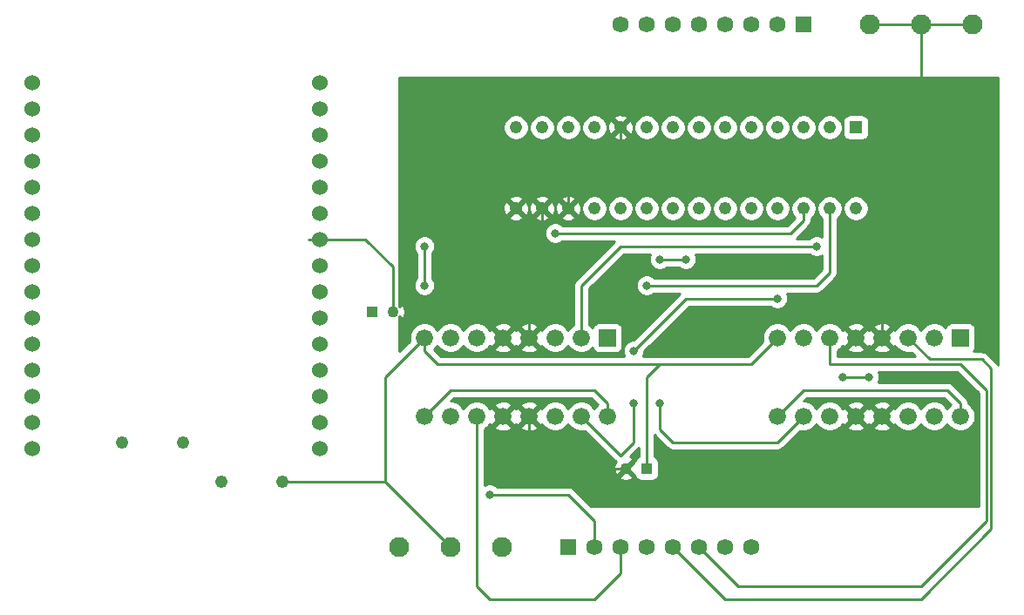
<source format=gbr>
G04 #@! TF.GenerationSoftware,KiCad,Pcbnew,5.1.6-c6e7f7d~86~ubuntu16.04.1*
G04 #@! TF.CreationDate,2020-05-12T14:31:13-06:00*
G04 #@! TF.ProjectId,Turnout-Cntrlr,5475726e-6f75-4742-9d43-6e74726c722e,rev?*
G04 #@! TF.SameCoordinates,Original*
G04 #@! TF.FileFunction,Copper,L1,Top*
G04 #@! TF.FilePolarity,Positive*
%FSLAX46Y46*%
G04 Gerber Fmt 4.6, Leading zero omitted, Abs format (unit mm)*
G04 Created by KiCad (PCBNEW 5.1.6-c6e7f7d~86~ubuntu16.04.1) date 2020-05-12 14:31:13*
%MOMM*%
%LPD*%
G01*
G04 APERTURE LIST*
G04 #@! TA.AperFunction,ComponentPad*
%ADD10C,1.238000*%
G04 #@! TD*
G04 #@! TA.AperFunction,ComponentPad*
%ADD11C,1.100000*%
G04 #@! TD*
G04 #@! TA.AperFunction,ComponentPad*
%ADD12R,1.100000X1.100000*%
G04 #@! TD*
G04 #@! TA.AperFunction,ComponentPad*
%ADD13R,1.590000X1.590000*%
G04 #@! TD*
G04 #@! TA.AperFunction,ComponentPad*
%ADD14C,1.590000*%
G04 #@! TD*
G04 #@! TA.AperFunction,ComponentPad*
%ADD15C,1.676400*%
G04 #@! TD*
G04 #@! TA.AperFunction,ComponentPad*
%ADD16R,1.676400X1.676400*%
G04 #@! TD*
G04 #@! TA.AperFunction,ComponentPad*
%ADD17C,1.950000*%
G04 #@! TD*
G04 #@! TA.AperFunction,ComponentPad*
%ADD18R,1.230000X1.230000*%
G04 #@! TD*
G04 #@! TA.AperFunction,ComponentPad*
%ADD19C,1.230000*%
G04 #@! TD*
G04 #@! TA.AperFunction,ComponentPad*
%ADD20C,1.524000*%
G04 #@! TD*
G04 #@! TA.AperFunction,ViaPad*
%ADD21C,0.800000*%
G04 #@! TD*
G04 #@! TA.AperFunction,Conductor*
%ADD22C,0.250000*%
G04 #@! TD*
G04 #@! TA.AperFunction,Conductor*
%ADD23C,0.254000*%
G04 #@! TD*
G04 APERTURE END LIST*
D10*
X62940000Y-106680000D03*
X56940000Y-106680000D03*
D11*
X83280000Y-93980000D03*
D12*
X81280000Y-93980000D03*
D10*
X66600000Y-110490000D03*
X72600000Y-110490000D03*
D11*
X105950000Y-109220000D03*
D12*
X107950000Y-109220000D03*
D13*
X100330000Y-116840000D03*
D14*
X102870000Y-116840000D03*
X105410000Y-116840000D03*
X107950000Y-116840000D03*
X110490000Y-116840000D03*
X113030000Y-116840000D03*
X115570000Y-116840000D03*
X118110000Y-116840000D03*
D15*
X138430000Y-104140000D03*
X135890000Y-104140000D03*
X133350000Y-104140000D03*
X130810000Y-104140000D03*
X128270000Y-104140000D03*
X125730000Y-104140000D03*
X123190000Y-104140000D03*
X120650000Y-104140000D03*
X120650000Y-96520000D03*
X123190000Y-96520000D03*
X125730000Y-96520000D03*
X128270000Y-96520000D03*
X130810000Y-96520000D03*
X133350000Y-96520000D03*
X135890000Y-96520000D03*
D16*
X138430000Y-96520000D03*
D17*
X134620000Y-66040000D03*
X139620000Y-66040000D03*
X129620000Y-66040000D03*
X88900000Y-116840000D03*
X83900000Y-116840000D03*
X93900000Y-116840000D03*
D14*
X105410000Y-66040000D03*
X107950000Y-66040000D03*
X110490000Y-66040000D03*
X113030000Y-66040000D03*
X115570000Y-66040000D03*
X118110000Y-66040000D03*
X120650000Y-66040000D03*
D13*
X123190000Y-66040000D03*
D16*
X104140000Y-96520000D03*
D15*
X101600000Y-96520000D03*
X99060000Y-96520000D03*
X96520000Y-96520000D03*
X93980000Y-96520000D03*
X91440000Y-96520000D03*
X88900000Y-96520000D03*
X86360000Y-96520000D03*
X86360000Y-104140000D03*
X88900000Y-104140000D03*
X91440000Y-104140000D03*
X93980000Y-104140000D03*
X96520000Y-104140000D03*
X99060000Y-104140000D03*
X101600000Y-104140000D03*
X104140000Y-104140000D03*
D18*
X128270000Y-76075000D03*
D19*
X125730000Y-76075000D03*
X123190000Y-76075000D03*
X120650000Y-76075000D03*
X118110000Y-76075000D03*
X115570000Y-76075000D03*
X113030000Y-76075000D03*
X110490000Y-76075000D03*
X107950000Y-76075000D03*
X105410000Y-76075000D03*
X102870000Y-76075000D03*
X100330000Y-76075000D03*
X97790000Y-76075000D03*
X95250000Y-76075000D03*
X95250000Y-83945000D03*
X97790000Y-83945000D03*
X100330000Y-83945000D03*
X102870000Y-83945000D03*
X105410000Y-83945000D03*
X107950000Y-83945000D03*
X110490000Y-83945000D03*
X113030000Y-83945000D03*
X115570000Y-83945000D03*
X118110000Y-83945000D03*
X120650000Y-83945000D03*
X123190000Y-83945000D03*
X125730000Y-83945000D03*
X128270000Y-83945000D03*
D20*
X48260000Y-71755000D03*
X48260000Y-74295000D03*
X48260000Y-76835000D03*
X48260000Y-79375000D03*
X48260000Y-81915000D03*
X48260000Y-84455000D03*
X48260000Y-86995000D03*
X48260000Y-89535000D03*
X48260000Y-92075000D03*
X48260000Y-94615000D03*
X48260000Y-97155000D03*
X48260000Y-99695000D03*
X48260000Y-102235000D03*
X48260000Y-104775000D03*
X48260000Y-107315000D03*
X76200000Y-107315000D03*
X76200000Y-104775000D03*
X76200000Y-102235000D03*
X76200000Y-99695000D03*
X76200000Y-97155000D03*
X76200000Y-94615000D03*
X76200000Y-92075000D03*
X76200000Y-89535000D03*
X76200000Y-86995000D03*
X76200000Y-84455000D03*
X76200000Y-81915000D03*
X76200000Y-79375000D03*
X76200000Y-76835000D03*
X76200000Y-74295000D03*
X76200000Y-71755000D03*
D21*
X92710000Y-111760000D03*
X127000000Y-100330000D03*
X129540000Y-100330000D03*
X111760000Y-88900000D03*
X109220000Y-88900000D03*
X109220000Y-102870000D03*
X120650000Y-92710000D03*
X106680000Y-97790000D03*
X106680000Y-102870000D03*
X99060000Y-86360000D03*
X86360000Y-87630000D03*
X86360000Y-91440000D03*
X107950000Y-91440000D03*
X124460000Y-87630000D03*
D22*
X105410000Y-76075000D02*
X105410000Y-77470000D01*
X100330000Y-82550000D02*
X100330000Y-83945000D01*
X105410000Y-77470000D02*
X100330000Y-82550000D01*
X105410000Y-78376200D02*
X108313800Y-81280000D01*
X105410000Y-77470000D02*
X105410000Y-78376200D01*
X108313800Y-81280000D02*
X134620000Y-81280000D01*
X76200000Y-86995000D02*
X75122370Y-86995000D01*
X129620000Y-66040000D02*
X134620000Y-66040000D01*
X134620000Y-66040000D02*
X139620000Y-66040000D01*
X134620000Y-66040000D02*
X134620000Y-81280000D01*
X134620000Y-81280000D02*
X134620000Y-88900000D01*
X130810000Y-92710000D02*
X130810000Y-96520000D01*
X134620000Y-88900000D02*
X130810000Y-92710000D01*
X97790000Y-83945000D02*
X97790000Y-86360000D01*
X96520000Y-87630000D02*
X96520000Y-96520000D01*
X97790000Y-86360000D02*
X96520000Y-87630000D01*
X105950000Y-109220000D02*
X97790000Y-109220000D01*
X96520000Y-107950000D02*
X96520000Y-104140000D01*
X97790000Y-109220000D02*
X96520000Y-107950000D01*
X83280000Y-93980000D02*
X83280000Y-89630000D01*
X80645000Y-86995000D02*
X76200000Y-86995000D01*
X83280000Y-89630000D02*
X80645000Y-86995000D01*
X138430000Y-104140000D02*
X138430000Y-102870000D01*
X138430000Y-102870000D02*
X137160000Y-101600000D01*
X123190000Y-101600000D02*
X120650000Y-104140000D01*
X137160000Y-101600000D02*
X123190000Y-101600000D01*
X104140000Y-104140000D02*
X104140000Y-102870000D01*
X104140000Y-102870000D02*
X102870000Y-101600000D01*
X87198199Y-103301801D02*
X86360000Y-104140000D01*
X88900000Y-101600000D02*
X87198199Y-103301801D01*
X102870000Y-101600000D02*
X88900000Y-101600000D01*
X125730000Y-96520000D02*
X125730000Y-99060000D01*
X125730000Y-99060000D02*
X138430000Y-99060000D01*
X138430000Y-99060000D02*
X140970000Y-101600000D01*
X140970000Y-101600000D02*
X140970000Y-114300000D01*
X140970000Y-114300000D02*
X134620000Y-120650000D01*
X116840000Y-120650000D02*
X113030000Y-116840000D01*
X134620000Y-120650000D02*
X116840000Y-120650000D01*
X135439990Y-98609990D02*
X140519990Y-98609990D01*
X133350000Y-96520000D02*
X135439990Y-98609990D01*
X141420010Y-99510010D02*
X141420010Y-115119990D01*
X140519990Y-98609990D02*
X141420010Y-99510010D01*
X141420010Y-115119990D02*
X134620000Y-121920000D01*
X115570000Y-121920000D02*
X110490000Y-116840000D01*
X134620000Y-121920000D02*
X115570000Y-121920000D01*
X105410000Y-119380000D02*
X105410000Y-116840000D01*
X91440000Y-104140000D02*
X91440000Y-120650000D01*
X91440000Y-120650000D02*
X92710000Y-121920000D01*
X92710000Y-121920000D02*
X102870000Y-121920000D01*
X102870000Y-121920000D02*
X105410000Y-119380000D01*
X102870000Y-116840000D02*
X102870000Y-114300000D01*
X100330000Y-111760000D02*
X92710000Y-111760000D01*
X102870000Y-114300000D02*
X100330000Y-111760000D01*
X127000000Y-100330000D02*
X129540000Y-100330000D01*
X111760000Y-88900000D02*
X109220000Y-88900000D01*
X109220000Y-102870000D02*
X109220000Y-105410000D01*
X109220000Y-105410000D02*
X110490000Y-106680000D01*
X120650000Y-106680000D02*
X123190000Y-104140000D01*
X110490000Y-106680000D02*
X120650000Y-106680000D01*
X111760000Y-92710000D02*
X106680000Y-97790000D01*
X120650000Y-92710000D02*
X111760000Y-92710000D01*
X106680000Y-102870000D02*
X106680000Y-106680000D01*
X106680000Y-106680000D02*
X105410000Y-107950000D01*
X105410000Y-107950000D02*
X101600000Y-104140000D01*
X123190000Y-83945000D02*
X123190000Y-85090000D01*
X123190000Y-85090000D02*
X121920000Y-86360000D01*
X121920000Y-86360000D02*
X99060000Y-86360000D01*
X86360000Y-87630000D02*
X86360000Y-91440000D01*
X107950000Y-91440000D02*
X124460000Y-91440000D01*
X125730000Y-90170000D02*
X125730000Y-83945000D01*
X124460000Y-91440000D02*
X125730000Y-90170000D01*
X101600000Y-96520000D02*
X101600000Y-91440000D01*
X105410000Y-87630000D02*
X124460000Y-87630000D01*
X101600000Y-91440000D02*
X105410000Y-87630000D01*
X86360000Y-96520000D02*
X82550000Y-100330000D01*
X82550000Y-100330000D02*
X82550000Y-110490000D01*
X82550000Y-110490000D02*
X88900000Y-116840000D01*
X86360000Y-96520000D02*
X86360000Y-97790000D01*
X86360000Y-97790000D02*
X87630000Y-99060000D01*
X118110000Y-99060000D02*
X120650000Y-96520000D01*
X87630000Y-99060000D02*
X118110000Y-99060000D01*
X107950000Y-100330000D02*
X109220000Y-99060000D01*
X109220000Y-99060000D02*
X118110000Y-99060000D01*
X107950000Y-109220000D02*
X107950000Y-100330000D01*
X72600000Y-110490000D02*
X82550000Y-110490000D01*
D23*
G36*
X140210000Y-101914803D02*
G01*
X140210001Y-112903000D01*
X102547802Y-112903000D01*
X100893804Y-111249003D01*
X100870001Y-111219999D01*
X100754276Y-111125026D01*
X100622247Y-111054454D01*
X100478986Y-111010997D01*
X100367333Y-111000000D01*
X100367322Y-111000000D01*
X100330000Y-110996324D01*
X100292678Y-111000000D01*
X93413711Y-111000000D01*
X93369774Y-110956063D01*
X93200256Y-110842795D01*
X93011898Y-110764774D01*
X92811939Y-110725000D01*
X92608061Y-110725000D01*
X92408102Y-110764774D01*
X92219744Y-110842795D01*
X92200000Y-110855987D01*
X92200000Y-110033979D01*
X105315626Y-110033979D01*
X105356841Y-110252478D01*
X105569665Y-110348359D01*
X105797105Y-110400878D01*
X106030421Y-110408016D01*
X106260646Y-110369500D01*
X106478934Y-110286808D01*
X106543159Y-110252478D01*
X106584374Y-110033979D01*
X105950000Y-109399605D01*
X105315626Y-110033979D01*
X92200000Y-110033979D01*
X92200000Y-105403987D01*
X92379110Y-105284309D01*
X92503444Y-105159975D01*
X93139630Y-105159975D01*
X93215838Y-105407844D01*
X93477865Y-105532563D01*
X93759189Y-105603768D01*
X94048999Y-105618719D01*
X94336157Y-105576845D01*
X94609628Y-105479754D01*
X94744162Y-105407844D01*
X94820370Y-105159975D01*
X95679630Y-105159975D01*
X95755838Y-105407844D01*
X96017865Y-105532563D01*
X96299189Y-105603768D01*
X96588999Y-105618719D01*
X96876157Y-105576845D01*
X97149628Y-105479754D01*
X97284162Y-105407844D01*
X97360370Y-105159975D01*
X96520000Y-104319605D01*
X95679630Y-105159975D01*
X94820370Y-105159975D01*
X93980000Y-104319605D01*
X93139630Y-105159975D01*
X92503444Y-105159975D01*
X92584309Y-105079110D01*
X92707289Y-104895057D01*
X92712156Y-104904162D01*
X92960025Y-104980370D01*
X93800395Y-104140000D01*
X94159605Y-104140000D01*
X94999975Y-104980370D01*
X95247844Y-104904162D01*
X95249875Y-104899895D01*
X95252156Y-104904162D01*
X95500025Y-104980370D01*
X96340395Y-104140000D01*
X95500025Y-103299630D01*
X95252156Y-103375838D01*
X95250125Y-103380105D01*
X95247844Y-103375838D01*
X94999975Y-103299630D01*
X94159605Y-104140000D01*
X93800395Y-104140000D01*
X92960025Y-103299630D01*
X92712156Y-103375838D01*
X92707601Y-103385408D01*
X92584309Y-103200890D01*
X92503444Y-103120025D01*
X93139630Y-103120025D01*
X93980000Y-103960395D01*
X94820370Y-103120025D01*
X95679630Y-103120025D01*
X96520000Y-103960395D01*
X97360370Y-103120025D01*
X97284162Y-102872156D01*
X97022135Y-102747437D01*
X96740811Y-102676232D01*
X96451001Y-102661281D01*
X96163843Y-102703155D01*
X95890372Y-102800246D01*
X95755838Y-102872156D01*
X95679630Y-103120025D01*
X94820370Y-103120025D01*
X94744162Y-102872156D01*
X94482135Y-102747437D01*
X94200811Y-102676232D01*
X93911001Y-102661281D01*
X93623843Y-102703155D01*
X93350372Y-102800246D01*
X93215838Y-102872156D01*
X93139630Y-103120025D01*
X92503444Y-103120025D01*
X92379110Y-102995691D01*
X92137822Y-102834467D01*
X91869717Y-102723414D01*
X91585098Y-102666800D01*
X91294902Y-102666800D01*
X91010283Y-102723414D01*
X90742178Y-102834467D01*
X90500890Y-102995691D01*
X90295691Y-103200890D01*
X90170000Y-103388999D01*
X90044309Y-103200890D01*
X89839110Y-102995691D01*
X89597822Y-102834467D01*
X89329717Y-102723414D01*
X89045098Y-102666800D01*
X88908002Y-102666800D01*
X89214802Y-102360000D01*
X102555199Y-102360000D01*
X103195890Y-103000691D01*
X102995691Y-103200890D01*
X102870000Y-103388999D01*
X102744309Y-103200890D01*
X102539110Y-102995691D01*
X102297822Y-102834467D01*
X102029717Y-102723414D01*
X101745098Y-102666800D01*
X101454902Y-102666800D01*
X101170283Y-102723414D01*
X100902178Y-102834467D01*
X100660890Y-102995691D01*
X100455691Y-103200890D01*
X100330000Y-103388999D01*
X100204309Y-103200890D01*
X99999110Y-102995691D01*
X99757822Y-102834467D01*
X99489717Y-102723414D01*
X99205098Y-102666800D01*
X98914902Y-102666800D01*
X98630283Y-102723414D01*
X98362178Y-102834467D01*
X98120890Y-102995691D01*
X97915691Y-103200890D01*
X97792711Y-103384943D01*
X97787844Y-103375838D01*
X97539975Y-103299630D01*
X96699605Y-104140000D01*
X97539975Y-104980370D01*
X97787844Y-104904162D01*
X97792399Y-104894592D01*
X97915691Y-105079110D01*
X98120890Y-105284309D01*
X98362178Y-105445533D01*
X98630283Y-105556586D01*
X98914902Y-105613200D01*
X99205098Y-105613200D01*
X99489717Y-105556586D01*
X99757822Y-105445533D01*
X99999110Y-105284309D01*
X100204309Y-105079110D01*
X100330000Y-104891001D01*
X100455691Y-105079110D01*
X100660890Y-105284309D01*
X100902178Y-105445533D01*
X101170283Y-105556586D01*
X101454902Y-105613200D01*
X101745098Y-105613200D01*
X101956374Y-105571175D01*
X104846201Y-108461003D01*
X104869999Y-108490001D01*
X104898997Y-108513799D01*
X104985724Y-108584974D01*
X105025830Y-108606411D01*
X104917522Y-108626841D01*
X104821641Y-108839665D01*
X104769122Y-109067105D01*
X104761984Y-109300421D01*
X104800500Y-109530646D01*
X104883192Y-109748934D01*
X104917522Y-109813159D01*
X105136021Y-109854374D01*
X105770395Y-109220000D01*
X105756253Y-109205858D01*
X105935858Y-109026253D01*
X105950000Y-109040395D01*
X106584374Y-108406021D01*
X106543159Y-108187522D01*
X106339177Y-108095624D01*
X107190000Y-107244802D01*
X107190000Y-108070130D01*
X107155820Y-108080498D01*
X107045506Y-108139463D01*
X106948815Y-108218815D01*
X106869463Y-108315506D01*
X106810498Y-108425820D01*
X106774188Y-108545518D01*
X106770124Y-108586785D01*
X106763979Y-108585626D01*
X106129605Y-109220000D01*
X106763979Y-109854374D01*
X106770124Y-109853215D01*
X106774188Y-109894482D01*
X106810498Y-110014180D01*
X106869463Y-110124494D01*
X106948815Y-110221185D01*
X107045506Y-110300537D01*
X107155820Y-110359502D01*
X107275518Y-110395812D01*
X107400000Y-110408072D01*
X108500000Y-110408072D01*
X108624482Y-110395812D01*
X108744180Y-110359502D01*
X108854494Y-110300537D01*
X108951185Y-110221185D01*
X109030537Y-110124494D01*
X109089502Y-110014180D01*
X109125812Y-109894482D01*
X109138072Y-109770000D01*
X109138072Y-108670000D01*
X109125812Y-108545518D01*
X109089502Y-108425820D01*
X109030537Y-108315506D01*
X108951185Y-108218815D01*
X108854494Y-108139463D01*
X108744180Y-108080498D01*
X108710000Y-108070130D01*
X108710000Y-105974801D01*
X109926201Y-107191003D01*
X109949999Y-107220001D01*
X110065724Y-107314974D01*
X110197753Y-107385546D01*
X110341014Y-107429003D01*
X110452667Y-107440000D01*
X110452676Y-107440000D01*
X110489999Y-107443676D01*
X110527322Y-107440000D01*
X120612678Y-107440000D01*
X120650000Y-107443676D01*
X120687322Y-107440000D01*
X120687333Y-107440000D01*
X120798986Y-107429003D01*
X120942247Y-107385546D01*
X121074276Y-107314974D01*
X121190001Y-107220001D01*
X121213804Y-107190997D01*
X122833627Y-105571175D01*
X123044902Y-105613200D01*
X123335098Y-105613200D01*
X123619717Y-105556586D01*
X123887822Y-105445533D01*
X124129110Y-105284309D01*
X124334309Y-105079110D01*
X124460000Y-104891001D01*
X124585691Y-105079110D01*
X124790890Y-105284309D01*
X125032178Y-105445533D01*
X125300283Y-105556586D01*
X125584902Y-105613200D01*
X125875098Y-105613200D01*
X126159717Y-105556586D01*
X126427822Y-105445533D01*
X126669110Y-105284309D01*
X126793444Y-105159975D01*
X127429630Y-105159975D01*
X127505838Y-105407844D01*
X127767865Y-105532563D01*
X128049189Y-105603768D01*
X128338999Y-105618719D01*
X128626157Y-105576845D01*
X128899628Y-105479754D01*
X129034162Y-105407844D01*
X129110370Y-105159975D01*
X129969630Y-105159975D01*
X130045838Y-105407844D01*
X130307865Y-105532563D01*
X130589189Y-105603768D01*
X130878999Y-105618719D01*
X131166157Y-105576845D01*
X131439628Y-105479754D01*
X131574162Y-105407844D01*
X131650370Y-105159975D01*
X130810000Y-104319605D01*
X129969630Y-105159975D01*
X129110370Y-105159975D01*
X128270000Y-104319605D01*
X127429630Y-105159975D01*
X126793444Y-105159975D01*
X126874309Y-105079110D01*
X126997289Y-104895057D01*
X127002156Y-104904162D01*
X127250025Y-104980370D01*
X128090395Y-104140000D01*
X128449605Y-104140000D01*
X129289975Y-104980370D01*
X129537844Y-104904162D01*
X129539875Y-104899895D01*
X129542156Y-104904162D01*
X129790025Y-104980370D01*
X130630395Y-104140000D01*
X129790025Y-103299630D01*
X129542156Y-103375838D01*
X129540125Y-103380105D01*
X129537844Y-103375838D01*
X129289975Y-103299630D01*
X128449605Y-104140000D01*
X128090395Y-104140000D01*
X127250025Y-103299630D01*
X127002156Y-103375838D01*
X126997601Y-103385408D01*
X126874309Y-103200890D01*
X126793444Y-103120025D01*
X127429630Y-103120025D01*
X128270000Y-103960395D01*
X129110370Y-103120025D01*
X129969630Y-103120025D01*
X130810000Y-103960395D01*
X131650370Y-103120025D01*
X131574162Y-102872156D01*
X131312135Y-102747437D01*
X131030811Y-102676232D01*
X130741001Y-102661281D01*
X130453843Y-102703155D01*
X130180372Y-102800246D01*
X130045838Y-102872156D01*
X129969630Y-103120025D01*
X129110370Y-103120025D01*
X129034162Y-102872156D01*
X128772135Y-102747437D01*
X128490811Y-102676232D01*
X128201001Y-102661281D01*
X127913843Y-102703155D01*
X127640372Y-102800246D01*
X127505838Y-102872156D01*
X127429630Y-103120025D01*
X126793444Y-103120025D01*
X126669110Y-102995691D01*
X126427822Y-102834467D01*
X126159717Y-102723414D01*
X125875098Y-102666800D01*
X125584902Y-102666800D01*
X125300283Y-102723414D01*
X125032178Y-102834467D01*
X124790890Y-102995691D01*
X124585691Y-103200890D01*
X124460000Y-103388999D01*
X124334309Y-103200890D01*
X124129110Y-102995691D01*
X123887822Y-102834467D01*
X123619717Y-102723414D01*
X123335098Y-102666800D01*
X123198003Y-102666800D01*
X123504803Y-102360000D01*
X136845199Y-102360000D01*
X137485890Y-103000691D01*
X137285691Y-103200890D01*
X137160000Y-103388999D01*
X137034309Y-103200890D01*
X136829110Y-102995691D01*
X136587822Y-102834467D01*
X136319717Y-102723414D01*
X136035098Y-102666800D01*
X135744902Y-102666800D01*
X135460283Y-102723414D01*
X135192178Y-102834467D01*
X134950890Y-102995691D01*
X134745691Y-103200890D01*
X134620000Y-103388999D01*
X134494309Y-103200890D01*
X134289110Y-102995691D01*
X134047822Y-102834467D01*
X133779717Y-102723414D01*
X133495098Y-102666800D01*
X133204902Y-102666800D01*
X132920283Y-102723414D01*
X132652178Y-102834467D01*
X132410890Y-102995691D01*
X132205691Y-103200890D01*
X132082711Y-103384943D01*
X132077844Y-103375838D01*
X131829975Y-103299630D01*
X130989605Y-104140000D01*
X131829975Y-104980370D01*
X132077844Y-104904162D01*
X132082399Y-104894592D01*
X132205691Y-105079110D01*
X132410890Y-105284309D01*
X132652178Y-105445533D01*
X132920283Y-105556586D01*
X133204902Y-105613200D01*
X133495098Y-105613200D01*
X133779717Y-105556586D01*
X134047822Y-105445533D01*
X134289110Y-105284309D01*
X134494309Y-105079110D01*
X134620000Y-104891001D01*
X134745691Y-105079110D01*
X134950890Y-105284309D01*
X135192178Y-105445533D01*
X135460283Y-105556586D01*
X135744902Y-105613200D01*
X136035098Y-105613200D01*
X136319717Y-105556586D01*
X136587822Y-105445533D01*
X136829110Y-105284309D01*
X137034309Y-105079110D01*
X137160000Y-104891001D01*
X137285691Y-105079110D01*
X137490890Y-105284309D01*
X137732178Y-105445533D01*
X138000283Y-105556586D01*
X138284902Y-105613200D01*
X138575098Y-105613200D01*
X138859717Y-105556586D01*
X139127822Y-105445533D01*
X139369110Y-105284309D01*
X139574309Y-105079110D01*
X139735533Y-104837822D01*
X139846586Y-104569717D01*
X139903200Y-104285098D01*
X139903200Y-103994902D01*
X139846586Y-103710283D01*
X139735533Y-103442178D01*
X139574309Y-103200890D01*
X139369110Y-102995691D01*
X139192893Y-102877946D01*
X139193676Y-102869999D01*
X139190000Y-102832676D01*
X139190000Y-102832667D01*
X139179003Y-102721014D01*
X139135546Y-102577753D01*
X139064974Y-102445724D01*
X138970001Y-102329999D01*
X138941003Y-102306201D01*
X137723804Y-101089003D01*
X137700001Y-101059999D01*
X137584276Y-100965026D01*
X137452247Y-100894454D01*
X137308986Y-100850997D01*
X137197333Y-100840000D01*
X137197322Y-100840000D01*
X137160000Y-100836324D01*
X137122678Y-100840000D01*
X130444013Y-100840000D01*
X130457205Y-100820256D01*
X130535226Y-100631898D01*
X130575000Y-100431939D01*
X130575000Y-100228061D01*
X130535226Y-100028102D01*
X130457205Y-99839744D01*
X130444013Y-99820000D01*
X138115199Y-99820000D01*
X140210000Y-101914803D01*
G37*
X140210000Y-101914803D02*
X140210001Y-112903000D01*
X102547802Y-112903000D01*
X100893804Y-111249003D01*
X100870001Y-111219999D01*
X100754276Y-111125026D01*
X100622247Y-111054454D01*
X100478986Y-111010997D01*
X100367333Y-111000000D01*
X100367322Y-111000000D01*
X100330000Y-110996324D01*
X100292678Y-111000000D01*
X93413711Y-111000000D01*
X93369774Y-110956063D01*
X93200256Y-110842795D01*
X93011898Y-110764774D01*
X92811939Y-110725000D01*
X92608061Y-110725000D01*
X92408102Y-110764774D01*
X92219744Y-110842795D01*
X92200000Y-110855987D01*
X92200000Y-110033979D01*
X105315626Y-110033979D01*
X105356841Y-110252478D01*
X105569665Y-110348359D01*
X105797105Y-110400878D01*
X106030421Y-110408016D01*
X106260646Y-110369500D01*
X106478934Y-110286808D01*
X106543159Y-110252478D01*
X106584374Y-110033979D01*
X105950000Y-109399605D01*
X105315626Y-110033979D01*
X92200000Y-110033979D01*
X92200000Y-105403987D01*
X92379110Y-105284309D01*
X92503444Y-105159975D01*
X93139630Y-105159975D01*
X93215838Y-105407844D01*
X93477865Y-105532563D01*
X93759189Y-105603768D01*
X94048999Y-105618719D01*
X94336157Y-105576845D01*
X94609628Y-105479754D01*
X94744162Y-105407844D01*
X94820370Y-105159975D01*
X95679630Y-105159975D01*
X95755838Y-105407844D01*
X96017865Y-105532563D01*
X96299189Y-105603768D01*
X96588999Y-105618719D01*
X96876157Y-105576845D01*
X97149628Y-105479754D01*
X97284162Y-105407844D01*
X97360370Y-105159975D01*
X96520000Y-104319605D01*
X95679630Y-105159975D01*
X94820370Y-105159975D01*
X93980000Y-104319605D01*
X93139630Y-105159975D01*
X92503444Y-105159975D01*
X92584309Y-105079110D01*
X92707289Y-104895057D01*
X92712156Y-104904162D01*
X92960025Y-104980370D01*
X93800395Y-104140000D01*
X94159605Y-104140000D01*
X94999975Y-104980370D01*
X95247844Y-104904162D01*
X95249875Y-104899895D01*
X95252156Y-104904162D01*
X95500025Y-104980370D01*
X96340395Y-104140000D01*
X95500025Y-103299630D01*
X95252156Y-103375838D01*
X95250125Y-103380105D01*
X95247844Y-103375838D01*
X94999975Y-103299630D01*
X94159605Y-104140000D01*
X93800395Y-104140000D01*
X92960025Y-103299630D01*
X92712156Y-103375838D01*
X92707601Y-103385408D01*
X92584309Y-103200890D01*
X92503444Y-103120025D01*
X93139630Y-103120025D01*
X93980000Y-103960395D01*
X94820370Y-103120025D01*
X95679630Y-103120025D01*
X96520000Y-103960395D01*
X97360370Y-103120025D01*
X97284162Y-102872156D01*
X97022135Y-102747437D01*
X96740811Y-102676232D01*
X96451001Y-102661281D01*
X96163843Y-102703155D01*
X95890372Y-102800246D01*
X95755838Y-102872156D01*
X95679630Y-103120025D01*
X94820370Y-103120025D01*
X94744162Y-102872156D01*
X94482135Y-102747437D01*
X94200811Y-102676232D01*
X93911001Y-102661281D01*
X93623843Y-102703155D01*
X93350372Y-102800246D01*
X93215838Y-102872156D01*
X93139630Y-103120025D01*
X92503444Y-103120025D01*
X92379110Y-102995691D01*
X92137822Y-102834467D01*
X91869717Y-102723414D01*
X91585098Y-102666800D01*
X91294902Y-102666800D01*
X91010283Y-102723414D01*
X90742178Y-102834467D01*
X90500890Y-102995691D01*
X90295691Y-103200890D01*
X90170000Y-103388999D01*
X90044309Y-103200890D01*
X89839110Y-102995691D01*
X89597822Y-102834467D01*
X89329717Y-102723414D01*
X89045098Y-102666800D01*
X88908002Y-102666800D01*
X89214802Y-102360000D01*
X102555199Y-102360000D01*
X103195890Y-103000691D01*
X102995691Y-103200890D01*
X102870000Y-103388999D01*
X102744309Y-103200890D01*
X102539110Y-102995691D01*
X102297822Y-102834467D01*
X102029717Y-102723414D01*
X101745098Y-102666800D01*
X101454902Y-102666800D01*
X101170283Y-102723414D01*
X100902178Y-102834467D01*
X100660890Y-102995691D01*
X100455691Y-103200890D01*
X100330000Y-103388999D01*
X100204309Y-103200890D01*
X99999110Y-102995691D01*
X99757822Y-102834467D01*
X99489717Y-102723414D01*
X99205098Y-102666800D01*
X98914902Y-102666800D01*
X98630283Y-102723414D01*
X98362178Y-102834467D01*
X98120890Y-102995691D01*
X97915691Y-103200890D01*
X97792711Y-103384943D01*
X97787844Y-103375838D01*
X97539975Y-103299630D01*
X96699605Y-104140000D01*
X97539975Y-104980370D01*
X97787844Y-104904162D01*
X97792399Y-104894592D01*
X97915691Y-105079110D01*
X98120890Y-105284309D01*
X98362178Y-105445533D01*
X98630283Y-105556586D01*
X98914902Y-105613200D01*
X99205098Y-105613200D01*
X99489717Y-105556586D01*
X99757822Y-105445533D01*
X99999110Y-105284309D01*
X100204309Y-105079110D01*
X100330000Y-104891001D01*
X100455691Y-105079110D01*
X100660890Y-105284309D01*
X100902178Y-105445533D01*
X101170283Y-105556586D01*
X101454902Y-105613200D01*
X101745098Y-105613200D01*
X101956374Y-105571175D01*
X104846201Y-108461003D01*
X104869999Y-108490001D01*
X104898997Y-108513799D01*
X104985724Y-108584974D01*
X105025830Y-108606411D01*
X104917522Y-108626841D01*
X104821641Y-108839665D01*
X104769122Y-109067105D01*
X104761984Y-109300421D01*
X104800500Y-109530646D01*
X104883192Y-109748934D01*
X104917522Y-109813159D01*
X105136021Y-109854374D01*
X105770395Y-109220000D01*
X105756253Y-109205858D01*
X105935858Y-109026253D01*
X105950000Y-109040395D01*
X106584374Y-108406021D01*
X106543159Y-108187522D01*
X106339177Y-108095624D01*
X107190000Y-107244802D01*
X107190000Y-108070130D01*
X107155820Y-108080498D01*
X107045506Y-108139463D01*
X106948815Y-108218815D01*
X106869463Y-108315506D01*
X106810498Y-108425820D01*
X106774188Y-108545518D01*
X106770124Y-108586785D01*
X106763979Y-108585626D01*
X106129605Y-109220000D01*
X106763979Y-109854374D01*
X106770124Y-109853215D01*
X106774188Y-109894482D01*
X106810498Y-110014180D01*
X106869463Y-110124494D01*
X106948815Y-110221185D01*
X107045506Y-110300537D01*
X107155820Y-110359502D01*
X107275518Y-110395812D01*
X107400000Y-110408072D01*
X108500000Y-110408072D01*
X108624482Y-110395812D01*
X108744180Y-110359502D01*
X108854494Y-110300537D01*
X108951185Y-110221185D01*
X109030537Y-110124494D01*
X109089502Y-110014180D01*
X109125812Y-109894482D01*
X109138072Y-109770000D01*
X109138072Y-108670000D01*
X109125812Y-108545518D01*
X109089502Y-108425820D01*
X109030537Y-108315506D01*
X108951185Y-108218815D01*
X108854494Y-108139463D01*
X108744180Y-108080498D01*
X108710000Y-108070130D01*
X108710000Y-105974801D01*
X109926201Y-107191003D01*
X109949999Y-107220001D01*
X110065724Y-107314974D01*
X110197753Y-107385546D01*
X110341014Y-107429003D01*
X110452667Y-107440000D01*
X110452676Y-107440000D01*
X110489999Y-107443676D01*
X110527322Y-107440000D01*
X120612678Y-107440000D01*
X120650000Y-107443676D01*
X120687322Y-107440000D01*
X120687333Y-107440000D01*
X120798986Y-107429003D01*
X120942247Y-107385546D01*
X121074276Y-107314974D01*
X121190001Y-107220001D01*
X121213804Y-107190997D01*
X122833627Y-105571175D01*
X123044902Y-105613200D01*
X123335098Y-105613200D01*
X123619717Y-105556586D01*
X123887822Y-105445533D01*
X124129110Y-105284309D01*
X124334309Y-105079110D01*
X124460000Y-104891001D01*
X124585691Y-105079110D01*
X124790890Y-105284309D01*
X125032178Y-105445533D01*
X125300283Y-105556586D01*
X125584902Y-105613200D01*
X125875098Y-105613200D01*
X126159717Y-105556586D01*
X126427822Y-105445533D01*
X126669110Y-105284309D01*
X126793444Y-105159975D01*
X127429630Y-105159975D01*
X127505838Y-105407844D01*
X127767865Y-105532563D01*
X128049189Y-105603768D01*
X128338999Y-105618719D01*
X128626157Y-105576845D01*
X128899628Y-105479754D01*
X129034162Y-105407844D01*
X129110370Y-105159975D01*
X129969630Y-105159975D01*
X130045838Y-105407844D01*
X130307865Y-105532563D01*
X130589189Y-105603768D01*
X130878999Y-105618719D01*
X131166157Y-105576845D01*
X131439628Y-105479754D01*
X131574162Y-105407844D01*
X131650370Y-105159975D01*
X130810000Y-104319605D01*
X129969630Y-105159975D01*
X129110370Y-105159975D01*
X128270000Y-104319605D01*
X127429630Y-105159975D01*
X126793444Y-105159975D01*
X126874309Y-105079110D01*
X126997289Y-104895057D01*
X127002156Y-104904162D01*
X127250025Y-104980370D01*
X128090395Y-104140000D01*
X128449605Y-104140000D01*
X129289975Y-104980370D01*
X129537844Y-104904162D01*
X129539875Y-104899895D01*
X129542156Y-104904162D01*
X129790025Y-104980370D01*
X130630395Y-104140000D01*
X129790025Y-103299630D01*
X129542156Y-103375838D01*
X129540125Y-103380105D01*
X129537844Y-103375838D01*
X129289975Y-103299630D01*
X128449605Y-104140000D01*
X128090395Y-104140000D01*
X127250025Y-103299630D01*
X127002156Y-103375838D01*
X126997601Y-103385408D01*
X126874309Y-103200890D01*
X126793444Y-103120025D01*
X127429630Y-103120025D01*
X128270000Y-103960395D01*
X129110370Y-103120025D01*
X129969630Y-103120025D01*
X130810000Y-103960395D01*
X131650370Y-103120025D01*
X131574162Y-102872156D01*
X131312135Y-102747437D01*
X131030811Y-102676232D01*
X130741001Y-102661281D01*
X130453843Y-102703155D01*
X130180372Y-102800246D01*
X130045838Y-102872156D01*
X129969630Y-103120025D01*
X129110370Y-103120025D01*
X129034162Y-102872156D01*
X128772135Y-102747437D01*
X128490811Y-102676232D01*
X128201001Y-102661281D01*
X127913843Y-102703155D01*
X127640372Y-102800246D01*
X127505838Y-102872156D01*
X127429630Y-103120025D01*
X126793444Y-103120025D01*
X126669110Y-102995691D01*
X126427822Y-102834467D01*
X126159717Y-102723414D01*
X125875098Y-102666800D01*
X125584902Y-102666800D01*
X125300283Y-102723414D01*
X125032178Y-102834467D01*
X124790890Y-102995691D01*
X124585691Y-103200890D01*
X124460000Y-103388999D01*
X124334309Y-103200890D01*
X124129110Y-102995691D01*
X123887822Y-102834467D01*
X123619717Y-102723414D01*
X123335098Y-102666800D01*
X123198003Y-102666800D01*
X123504803Y-102360000D01*
X136845199Y-102360000D01*
X137485890Y-103000691D01*
X137285691Y-103200890D01*
X137160000Y-103388999D01*
X137034309Y-103200890D01*
X136829110Y-102995691D01*
X136587822Y-102834467D01*
X136319717Y-102723414D01*
X136035098Y-102666800D01*
X135744902Y-102666800D01*
X135460283Y-102723414D01*
X135192178Y-102834467D01*
X134950890Y-102995691D01*
X134745691Y-103200890D01*
X134620000Y-103388999D01*
X134494309Y-103200890D01*
X134289110Y-102995691D01*
X134047822Y-102834467D01*
X133779717Y-102723414D01*
X133495098Y-102666800D01*
X133204902Y-102666800D01*
X132920283Y-102723414D01*
X132652178Y-102834467D01*
X132410890Y-102995691D01*
X132205691Y-103200890D01*
X132082711Y-103384943D01*
X132077844Y-103375838D01*
X131829975Y-103299630D01*
X130989605Y-104140000D01*
X131829975Y-104980370D01*
X132077844Y-104904162D01*
X132082399Y-104894592D01*
X132205691Y-105079110D01*
X132410890Y-105284309D01*
X132652178Y-105445533D01*
X132920283Y-105556586D01*
X133204902Y-105613200D01*
X133495098Y-105613200D01*
X133779717Y-105556586D01*
X134047822Y-105445533D01*
X134289110Y-105284309D01*
X134494309Y-105079110D01*
X134620000Y-104891001D01*
X134745691Y-105079110D01*
X134950890Y-105284309D01*
X135192178Y-105445533D01*
X135460283Y-105556586D01*
X135744902Y-105613200D01*
X136035098Y-105613200D01*
X136319717Y-105556586D01*
X136587822Y-105445533D01*
X136829110Y-105284309D01*
X137034309Y-105079110D01*
X137160000Y-104891001D01*
X137285691Y-105079110D01*
X137490890Y-105284309D01*
X137732178Y-105445533D01*
X138000283Y-105556586D01*
X138284902Y-105613200D01*
X138575098Y-105613200D01*
X138859717Y-105556586D01*
X139127822Y-105445533D01*
X139369110Y-105284309D01*
X139574309Y-105079110D01*
X139735533Y-104837822D01*
X139846586Y-104569717D01*
X139903200Y-104285098D01*
X139903200Y-103994902D01*
X139846586Y-103710283D01*
X139735533Y-103442178D01*
X139574309Y-103200890D01*
X139369110Y-102995691D01*
X139192893Y-102877946D01*
X139193676Y-102869999D01*
X139190000Y-102832676D01*
X139190000Y-102832667D01*
X139179003Y-102721014D01*
X139135546Y-102577753D01*
X139064974Y-102445724D01*
X138970001Y-102329999D01*
X138941003Y-102306201D01*
X137723804Y-101089003D01*
X137700001Y-101059999D01*
X137584276Y-100965026D01*
X137452247Y-100894454D01*
X137308986Y-100850997D01*
X137197333Y-100840000D01*
X137197322Y-100840000D01*
X137160000Y-100836324D01*
X137122678Y-100840000D01*
X130444013Y-100840000D01*
X130457205Y-100820256D01*
X130535226Y-100631898D01*
X130575000Y-100431939D01*
X130575000Y-100228061D01*
X130535226Y-100028102D01*
X130457205Y-99839744D01*
X130444013Y-99820000D01*
X138115199Y-99820000D01*
X140210000Y-101914803D01*
G36*
X142113000Y-99194273D02*
G01*
X142054984Y-99085734D01*
X142041821Y-99069695D01*
X141983809Y-98999006D01*
X141983805Y-98999002D01*
X141960011Y-98970009D01*
X141931019Y-98946216D01*
X141083793Y-98098992D01*
X141059991Y-98069989D01*
X140944266Y-97975016D01*
X140812237Y-97904444D01*
X140668976Y-97860987D01*
X140557323Y-97849990D01*
X140557312Y-97849990D01*
X140519990Y-97846314D01*
X140482668Y-97849990D01*
X139669908Y-97849990D01*
X139719385Y-97809385D01*
X139798737Y-97712694D01*
X139857702Y-97602380D01*
X139894012Y-97482682D01*
X139906272Y-97358200D01*
X139906272Y-95681800D01*
X139894012Y-95557318D01*
X139857702Y-95437620D01*
X139798737Y-95327306D01*
X139719385Y-95230615D01*
X139622694Y-95151263D01*
X139512380Y-95092298D01*
X139392682Y-95055988D01*
X139268200Y-95043728D01*
X137591800Y-95043728D01*
X137467318Y-95055988D01*
X137347620Y-95092298D01*
X137237306Y-95151263D01*
X137140615Y-95230615D01*
X137061263Y-95327306D01*
X137002298Y-95437620D01*
X136976403Y-95522984D01*
X136829110Y-95375691D01*
X136587822Y-95214467D01*
X136319717Y-95103414D01*
X136035098Y-95046800D01*
X135744902Y-95046800D01*
X135460283Y-95103414D01*
X135192178Y-95214467D01*
X134950890Y-95375691D01*
X134745691Y-95580890D01*
X134620000Y-95768999D01*
X134494309Y-95580890D01*
X134289110Y-95375691D01*
X134047822Y-95214467D01*
X133779717Y-95103414D01*
X133495098Y-95046800D01*
X133204902Y-95046800D01*
X132920283Y-95103414D01*
X132652178Y-95214467D01*
X132410890Y-95375691D01*
X132205691Y-95580890D01*
X132082711Y-95764943D01*
X132077844Y-95755838D01*
X131829975Y-95679630D01*
X130989605Y-96520000D01*
X131829975Y-97360370D01*
X132077844Y-97284162D01*
X132082399Y-97274592D01*
X132205691Y-97459110D01*
X132410890Y-97664309D01*
X132652178Y-97825533D01*
X132920283Y-97936586D01*
X133204902Y-97993200D01*
X133495098Y-97993200D01*
X133706373Y-97951175D01*
X134055198Y-98300000D01*
X126490000Y-98300000D01*
X126490000Y-97783987D01*
X126669110Y-97664309D01*
X126793444Y-97539975D01*
X127429630Y-97539975D01*
X127505838Y-97787844D01*
X127767865Y-97912563D01*
X128049189Y-97983768D01*
X128338999Y-97998719D01*
X128626157Y-97956845D01*
X128899628Y-97859754D01*
X129034162Y-97787844D01*
X129110370Y-97539975D01*
X129969630Y-97539975D01*
X130045838Y-97787844D01*
X130307865Y-97912563D01*
X130589189Y-97983768D01*
X130878999Y-97998719D01*
X131166157Y-97956845D01*
X131439628Y-97859754D01*
X131574162Y-97787844D01*
X131650370Y-97539975D01*
X130810000Y-96699605D01*
X129969630Y-97539975D01*
X129110370Y-97539975D01*
X128270000Y-96699605D01*
X127429630Y-97539975D01*
X126793444Y-97539975D01*
X126874309Y-97459110D01*
X126997289Y-97275057D01*
X127002156Y-97284162D01*
X127250025Y-97360370D01*
X128090395Y-96520000D01*
X128449605Y-96520000D01*
X129289975Y-97360370D01*
X129537844Y-97284162D01*
X129539875Y-97279895D01*
X129542156Y-97284162D01*
X129790025Y-97360370D01*
X130630395Y-96520000D01*
X129790025Y-95679630D01*
X129542156Y-95755838D01*
X129540125Y-95760105D01*
X129537844Y-95755838D01*
X129289975Y-95679630D01*
X128449605Y-96520000D01*
X128090395Y-96520000D01*
X127250025Y-95679630D01*
X127002156Y-95755838D01*
X126997601Y-95765408D01*
X126874309Y-95580890D01*
X126793444Y-95500025D01*
X127429630Y-95500025D01*
X128270000Y-96340395D01*
X129110370Y-95500025D01*
X129969630Y-95500025D01*
X130810000Y-96340395D01*
X131650370Y-95500025D01*
X131574162Y-95252156D01*
X131312135Y-95127437D01*
X131030811Y-95056232D01*
X130741001Y-95041281D01*
X130453843Y-95083155D01*
X130180372Y-95180246D01*
X130045838Y-95252156D01*
X129969630Y-95500025D01*
X129110370Y-95500025D01*
X129034162Y-95252156D01*
X128772135Y-95127437D01*
X128490811Y-95056232D01*
X128201001Y-95041281D01*
X127913843Y-95083155D01*
X127640372Y-95180246D01*
X127505838Y-95252156D01*
X127429630Y-95500025D01*
X126793444Y-95500025D01*
X126669110Y-95375691D01*
X126427822Y-95214467D01*
X126159717Y-95103414D01*
X125875098Y-95046800D01*
X125584902Y-95046800D01*
X125300283Y-95103414D01*
X125032178Y-95214467D01*
X124790890Y-95375691D01*
X124585691Y-95580890D01*
X124460000Y-95768999D01*
X124334309Y-95580890D01*
X124129110Y-95375691D01*
X123887822Y-95214467D01*
X123619717Y-95103414D01*
X123335098Y-95046800D01*
X123044902Y-95046800D01*
X122760283Y-95103414D01*
X122492178Y-95214467D01*
X122250890Y-95375691D01*
X122045691Y-95580890D01*
X121920000Y-95768999D01*
X121794309Y-95580890D01*
X121589110Y-95375691D01*
X121347822Y-95214467D01*
X121079717Y-95103414D01*
X120795098Y-95046800D01*
X120504902Y-95046800D01*
X120220283Y-95103414D01*
X119952178Y-95214467D01*
X119710890Y-95375691D01*
X119505691Y-95580890D01*
X119344467Y-95822178D01*
X119233414Y-96090283D01*
X119176800Y-96374902D01*
X119176800Y-96665098D01*
X119218825Y-96876373D01*
X117795199Y-98300000D01*
X109257322Y-98300000D01*
X109219999Y-98296324D01*
X109182676Y-98300000D01*
X107584013Y-98300000D01*
X107597205Y-98280256D01*
X107675226Y-98091898D01*
X107715000Y-97891939D01*
X107715000Y-97829801D01*
X112074802Y-93470000D01*
X119946289Y-93470000D01*
X119990226Y-93513937D01*
X120159744Y-93627205D01*
X120348102Y-93705226D01*
X120548061Y-93745000D01*
X120751939Y-93745000D01*
X120951898Y-93705226D01*
X121140256Y-93627205D01*
X121309774Y-93513937D01*
X121453937Y-93369774D01*
X121567205Y-93200256D01*
X121645226Y-93011898D01*
X121685000Y-92811939D01*
X121685000Y-92608061D01*
X121645226Y-92408102D01*
X121567205Y-92219744D01*
X121554013Y-92200000D01*
X124422678Y-92200000D01*
X124460000Y-92203676D01*
X124497322Y-92200000D01*
X124497333Y-92200000D01*
X124608986Y-92189003D01*
X124752247Y-92145546D01*
X124884276Y-92074974D01*
X125000001Y-91980001D01*
X125023804Y-91950997D01*
X126241004Y-90733798D01*
X126270001Y-90710001D01*
X126364974Y-90594276D01*
X126435546Y-90462247D01*
X126479003Y-90318986D01*
X126490000Y-90207333D01*
X126490000Y-90207324D01*
X126493676Y-90170001D01*
X126490000Y-90132678D01*
X126490000Y-84940546D01*
X126526828Y-84915938D01*
X126700938Y-84741828D01*
X126837735Y-84537097D01*
X126931963Y-84309611D01*
X126980000Y-84068114D01*
X126980000Y-83821886D01*
X127020000Y-83821886D01*
X127020000Y-84068114D01*
X127068037Y-84309611D01*
X127162265Y-84537097D01*
X127299062Y-84741828D01*
X127473172Y-84915938D01*
X127677903Y-85052735D01*
X127905389Y-85146963D01*
X128146886Y-85195000D01*
X128393114Y-85195000D01*
X128634611Y-85146963D01*
X128862097Y-85052735D01*
X129066828Y-84915938D01*
X129240938Y-84741828D01*
X129377735Y-84537097D01*
X129471963Y-84309611D01*
X129520000Y-84068114D01*
X129520000Y-83821886D01*
X129471963Y-83580389D01*
X129377735Y-83352903D01*
X129240938Y-83148172D01*
X129066828Y-82974062D01*
X128862097Y-82837265D01*
X128634611Y-82743037D01*
X128393114Y-82695000D01*
X128146886Y-82695000D01*
X127905389Y-82743037D01*
X127677903Y-82837265D01*
X127473172Y-82974062D01*
X127299062Y-83148172D01*
X127162265Y-83352903D01*
X127068037Y-83580389D01*
X127020000Y-83821886D01*
X126980000Y-83821886D01*
X126931963Y-83580389D01*
X126837735Y-83352903D01*
X126700938Y-83148172D01*
X126526828Y-82974062D01*
X126322097Y-82837265D01*
X126094611Y-82743037D01*
X125853114Y-82695000D01*
X125606886Y-82695000D01*
X125365389Y-82743037D01*
X125137903Y-82837265D01*
X124933172Y-82974062D01*
X124759062Y-83148172D01*
X124622265Y-83352903D01*
X124528037Y-83580389D01*
X124480000Y-83821886D01*
X124480000Y-84068114D01*
X124528037Y-84309611D01*
X124622265Y-84537097D01*
X124759062Y-84741828D01*
X124933172Y-84915938D01*
X124970001Y-84940546D01*
X124970001Y-86725988D01*
X124950256Y-86712795D01*
X124761898Y-86634774D01*
X124561939Y-86595000D01*
X124358061Y-86595000D01*
X124158102Y-86634774D01*
X123969744Y-86712795D01*
X123800226Y-86826063D01*
X123756289Y-86870000D01*
X122484801Y-86870000D01*
X123701003Y-85653799D01*
X123730001Y-85630001D01*
X123824974Y-85514276D01*
X123895546Y-85382247D01*
X123939003Y-85238986D01*
X123950000Y-85127333D01*
X123950000Y-85127324D01*
X123953676Y-85090001D01*
X123950000Y-85052678D01*
X123950000Y-84940546D01*
X123986828Y-84915938D01*
X124160938Y-84741828D01*
X124297735Y-84537097D01*
X124391963Y-84309611D01*
X124440000Y-84068114D01*
X124440000Y-83821886D01*
X124391963Y-83580389D01*
X124297735Y-83352903D01*
X124160938Y-83148172D01*
X123986828Y-82974062D01*
X123782097Y-82837265D01*
X123554611Y-82743037D01*
X123313114Y-82695000D01*
X123066886Y-82695000D01*
X122825389Y-82743037D01*
X122597903Y-82837265D01*
X122393172Y-82974062D01*
X122219062Y-83148172D01*
X122082265Y-83352903D01*
X121988037Y-83580389D01*
X121940000Y-83821886D01*
X121940000Y-84068114D01*
X121988037Y-84309611D01*
X122082265Y-84537097D01*
X122219062Y-84741828D01*
X122341216Y-84863982D01*
X121605199Y-85600000D01*
X99763711Y-85600000D01*
X99719774Y-85556063D01*
X99550256Y-85442795D01*
X99361898Y-85364774D01*
X99161939Y-85325000D01*
X98958061Y-85325000D01*
X98758102Y-85364774D01*
X98569744Y-85442795D01*
X98400226Y-85556063D01*
X98256063Y-85700226D01*
X98142795Y-85869744D01*
X98064774Y-86058102D01*
X98025000Y-86258061D01*
X98025000Y-86461939D01*
X98064774Y-86661898D01*
X98142795Y-86850256D01*
X98256063Y-87019774D01*
X98400226Y-87163937D01*
X98569744Y-87277205D01*
X98758102Y-87355226D01*
X98958061Y-87395000D01*
X99161939Y-87395000D01*
X99361898Y-87355226D01*
X99550256Y-87277205D01*
X99719774Y-87163937D01*
X99763711Y-87120000D01*
X104845198Y-87120000D01*
X101088998Y-90876201D01*
X101060000Y-90899999D01*
X101036202Y-90928997D01*
X101036201Y-90928998D01*
X100965026Y-91015724D01*
X100894454Y-91147754D01*
X100850998Y-91291015D01*
X100836324Y-91440000D01*
X100840001Y-91477332D01*
X100840000Y-95256013D01*
X100660890Y-95375691D01*
X100455691Y-95580890D01*
X100330000Y-95768999D01*
X100204309Y-95580890D01*
X99999110Y-95375691D01*
X99757822Y-95214467D01*
X99489717Y-95103414D01*
X99205098Y-95046800D01*
X98914902Y-95046800D01*
X98630283Y-95103414D01*
X98362178Y-95214467D01*
X98120890Y-95375691D01*
X97915691Y-95580890D01*
X97792711Y-95764943D01*
X97787844Y-95755838D01*
X97539975Y-95679630D01*
X96699605Y-96520000D01*
X97539975Y-97360370D01*
X97787844Y-97284162D01*
X97792399Y-97274592D01*
X97915691Y-97459110D01*
X98120890Y-97664309D01*
X98362178Y-97825533D01*
X98630283Y-97936586D01*
X98914902Y-97993200D01*
X99205098Y-97993200D01*
X99489717Y-97936586D01*
X99757822Y-97825533D01*
X99999110Y-97664309D01*
X100204309Y-97459110D01*
X100330000Y-97271001D01*
X100455691Y-97459110D01*
X100660890Y-97664309D01*
X100902178Y-97825533D01*
X101170283Y-97936586D01*
X101454902Y-97993200D01*
X101745098Y-97993200D01*
X102029717Y-97936586D01*
X102297822Y-97825533D01*
X102539110Y-97664309D01*
X102686403Y-97517016D01*
X102712298Y-97602380D01*
X102771263Y-97712694D01*
X102850615Y-97809385D01*
X102947306Y-97888737D01*
X103057620Y-97947702D01*
X103177318Y-97984012D01*
X103301800Y-97996272D01*
X104978200Y-97996272D01*
X105102682Y-97984012D01*
X105222380Y-97947702D01*
X105332694Y-97888737D01*
X105429385Y-97809385D01*
X105508737Y-97712694D01*
X105567702Y-97602380D01*
X105604012Y-97482682D01*
X105616272Y-97358200D01*
X105616272Y-95681800D01*
X105604012Y-95557318D01*
X105567702Y-95437620D01*
X105508737Y-95327306D01*
X105429385Y-95230615D01*
X105332694Y-95151263D01*
X105222380Y-95092298D01*
X105102682Y-95055988D01*
X104978200Y-95043728D01*
X103301800Y-95043728D01*
X103177318Y-95055988D01*
X103057620Y-95092298D01*
X102947306Y-95151263D01*
X102850615Y-95230615D01*
X102771263Y-95327306D01*
X102712298Y-95437620D01*
X102686403Y-95522984D01*
X102539110Y-95375691D01*
X102360000Y-95256013D01*
X102360000Y-91754801D01*
X105724802Y-88390000D01*
X108315987Y-88390000D01*
X108302795Y-88409744D01*
X108224774Y-88598102D01*
X108185000Y-88798061D01*
X108185000Y-89001939D01*
X108224774Y-89201898D01*
X108302795Y-89390256D01*
X108416063Y-89559774D01*
X108560226Y-89703937D01*
X108729744Y-89817205D01*
X108918102Y-89895226D01*
X109118061Y-89935000D01*
X109321939Y-89935000D01*
X109521898Y-89895226D01*
X109710256Y-89817205D01*
X109879774Y-89703937D01*
X109923711Y-89660000D01*
X111056289Y-89660000D01*
X111100226Y-89703937D01*
X111269744Y-89817205D01*
X111458102Y-89895226D01*
X111658061Y-89935000D01*
X111861939Y-89935000D01*
X112061898Y-89895226D01*
X112250256Y-89817205D01*
X112419774Y-89703937D01*
X112563937Y-89559774D01*
X112677205Y-89390256D01*
X112755226Y-89201898D01*
X112795000Y-89001939D01*
X112795000Y-88798061D01*
X112755226Y-88598102D01*
X112677205Y-88409744D01*
X112664013Y-88390000D01*
X123756289Y-88390000D01*
X123800226Y-88433937D01*
X123969744Y-88547205D01*
X124158102Y-88625226D01*
X124358061Y-88665000D01*
X124561939Y-88665000D01*
X124761898Y-88625226D01*
X124950256Y-88547205D01*
X124970000Y-88534012D01*
X124970000Y-89855198D01*
X124145199Y-90680000D01*
X108653711Y-90680000D01*
X108609774Y-90636063D01*
X108440256Y-90522795D01*
X108251898Y-90444774D01*
X108051939Y-90405000D01*
X107848061Y-90405000D01*
X107648102Y-90444774D01*
X107459744Y-90522795D01*
X107290226Y-90636063D01*
X107146063Y-90780226D01*
X107032795Y-90949744D01*
X106954774Y-91138102D01*
X106915000Y-91338061D01*
X106915000Y-91541939D01*
X106954774Y-91741898D01*
X107032795Y-91930256D01*
X107146063Y-92099774D01*
X107290226Y-92243937D01*
X107459744Y-92357205D01*
X107648102Y-92435226D01*
X107848061Y-92475000D01*
X108051939Y-92475000D01*
X108251898Y-92435226D01*
X108440256Y-92357205D01*
X108609774Y-92243937D01*
X108653711Y-92200000D01*
X111195198Y-92200000D01*
X106640199Y-96755000D01*
X106578061Y-96755000D01*
X106378102Y-96794774D01*
X106189744Y-96872795D01*
X106020226Y-96986063D01*
X105876063Y-97130226D01*
X105762795Y-97299744D01*
X105684774Y-97488102D01*
X105645000Y-97688061D01*
X105645000Y-97891939D01*
X105684774Y-98091898D01*
X105762795Y-98280256D01*
X105775987Y-98300000D01*
X87944802Y-98300000D01*
X87304110Y-97659309D01*
X87504309Y-97459110D01*
X87630000Y-97271001D01*
X87755691Y-97459110D01*
X87960890Y-97664309D01*
X88202178Y-97825533D01*
X88470283Y-97936586D01*
X88754902Y-97993200D01*
X89045098Y-97993200D01*
X89329717Y-97936586D01*
X89597822Y-97825533D01*
X89839110Y-97664309D01*
X90044309Y-97459110D01*
X90170000Y-97271001D01*
X90295691Y-97459110D01*
X90500890Y-97664309D01*
X90742178Y-97825533D01*
X91010283Y-97936586D01*
X91294902Y-97993200D01*
X91585098Y-97993200D01*
X91869717Y-97936586D01*
X92137822Y-97825533D01*
X92379110Y-97664309D01*
X92503444Y-97539975D01*
X93139630Y-97539975D01*
X93215838Y-97787844D01*
X93477865Y-97912563D01*
X93759189Y-97983768D01*
X94048999Y-97998719D01*
X94336157Y-97956845D01*
X94609628Y-97859754D01*
X94744162Y-97787844D01*
X94820370Y-97539975D01*
X95679630Y-97539975D01*
X95755838Y-97787844D01*
X96017865Y-97912563D01*
X96299189Y-97983768D01*
X96588999Y-97998719D01*
X96876157Y-97956845D01*
X97149628Y-97859754D01*
X97284162Y-97787844D01*
X97360370Y-97539975D01*
X96520000Y-96699605D01*
X95679630Y-97539975D01*
X94820370Y-97539975D01*
X93980000Y-96699605D01*
X93139630Y-97539975D01*
X92503444Y-97539975D01*
X92584309Y-97459110D01*
X92707289Y-97275057D01*
X92712156Y-97284162D01*
X92960025Y-97360370D01*
X93800395Y-96520000D01*
X94159605Y-96520000D01*
X94999975Y-97360370D01*
X95247844Y-97284162D01*
X95249875Y-97279895D01*
X95252156Y-97284162D01*
X95500025Y-97360370D01*
X96340395Y-96520000D01*
X95500025Y-95679630D01*
X95252156Y-95755838D01*
X95250125Y-95760105D01*
X95247844Y-95755838D01*
X94999975Y-95679630D01*
X94159605Y-96520000D01*
X93800395Y-96520000D01*
X92960025Y-95679630D01*
X92712156Y-95755838D01*
X92707601Y-95765408D01*
X92584309Y-95580890D01*
X92503444Y-95500025D01*
X93139630Y-95500025D01*
X93980000Y-96340395D01*
X94820370Y-95500025D01*
X95679630Y-95500025D01*
X96520000Y-96340395D01*
X97360370Y-95500025D01*
X97284162Y-95252156D01*
X97022135Y-95127437D01*
X96740811Y-95056232D01*
X96451001Y-95041281D01*
X96163843Y-95083155D01*
X95890372Y-95180246D01*
X95755838Y-95252156D01*
X95679630Y-95500025D01*
X94820370Y-95500025D01*
X94744162Y-95252156D01*
X94482135Y-95127437D01*
X94200811Y-95056232D01*
X93911001Y-95041281D01*
X93623843Y-95083155D01*
X93350372Y-95180246D01*
X93215838Y-95252156D01*
X93139630Y-95500025D01*
X92503444Y-95500025D01*
X92379110Y-95375691D01*
X92137822Y-95214467D01*
X91869717Y-95103414D01*
X91585098Y-95046800D01*
X91294902Y-95046800D01*
X91010283Y-95103414D01*
X90742178Y-95214467D01*
X90500890Y-95375691D01*
X90295691Y-95580890D01*
X90170000Y-95768999D01*
X90044309Y-95580890D01*
X89839110Y-95375691D01*
X89597822Y-95214467D01*
X89329717Y-95103414D01*
X89045098Y-95046800D01*
X88754902Y-95046800D01*
X88470283Y-95103414D01*
X88202178Y-95214467D01*
X87960890Y-95375691D01*
X87755691Y-95580890D01*
X87630000Y-95768999D01*
X87504309Y-95580890D01*
X87299110Y-95375691D01*
X87057822Y-95214467D01*
X86789717Y-95103414D01*
X86505098Y-95046800D01*
X86214902Y-95046800D01*
X85930283Y-95103414D01*
X85662178Y-95214467D01*
X85420890Y-95375691D01*
X85215691Y-95580890D01*
X85054467Y-95822178D01*
X84943414Y-96090283D01*
X84886800Y-96374902D01*
X84886800Y-96665098D01*
X84928825Y-96876373D01*
X83947000Y-97858198D01*
X83947000Y-94467395D01*
X84093979Y-94614374D01*
X84312478Y-94573159D01*
X84408359Y-94360335D01*
X84460878Y-94132895D01*
X84468016Y-93899579D01*
X84429500Y-93669354D01*
X84346808Y-93451066D01*
X84312478Y-93386841D01*
X84093979Y-93345626D01*
X83947000Y-93492605D01*
X83947000Y-87528061D01*
X85325000Y-87528061D01*
X85325000Y-87731939D01*
X85364774Y-87931898D01*
X85442795Y-88120256D01*
X85556063Y-88289774D01*
X85600000Y-88333711D01*
X85600001Y-90736288D01*
X85556063Y-90780226D01*
X85442795Y-90949744D01*
X85364774Y-91138102D01*
X85325000Y-91338061D01*
X85325000Y-91541939D01*
X85364774Y-91741898D01*
X85442795Y-91930256D01*
X85556063Y-92099774D01*
X85700226Y-92243937D01*
X85869744Y-92357205D01*
X86058102Y-92435226D01*
X86258061Y-92475000D01*
X86461939Y-92475000D01*
X86661898Y-92435226D01*
X86850256Y-92357205D01*
X87019774Y-92243937D01*
X87163937Y-92099774D01*
X87277205Y-91930256D01*
X87355226Y-91741898D01*
X87395000Y-91541939D01*
X87395000Y-91338061D01*
X87355226Y-91138102D01*
X87277205Y-90949744D01*
X87163937Y-90780226D01*
X87120000Y-90736289D01*
X87120000Y-88333711D01*
X87163937Y-88289774D01*
X87277205Y-88120256D01*
X87355226Y-87931898D01*
X87395000Y-87731939D01*
X87395000Y-87528061D01*
X87355226Y-87328102D01*
X87277205Y-87139744D01*
X87163937Y-86970226D01*
X87019774Y-86826063D01*
X86850256Y-86712795D01*
X86661898Y-86634774D01*
X86461939Y-86595000D01*
X86258061Y-86595000D01*
X86058102Y-86634774D01*
X85869744Y-86712795D01*
X85700226Y-86826063D01*
X85556063Y-86970226D01*
X85442795Y-87139744D01*
X85364774Y-87328102D01*
X85325000Y-87528061D01*
X83947000Y-87528061D01*
X83947000Y-84805495D01*
X94569110Y-84805495D01*
X94618243Y-85030605D01*
X94842173Y-85132995D01*
X95081775Y-85189731D01*
X95327843Y-85198634D01*
X95570918Y-85159359D01*
X95801661Y-85073417D01*
X95881757Y-85030605D01*
X95930890Y-84805495D01*
X97109110Y-84805495D01*
X97158243Y-85030605D01*
X97382173Y-85132995D01*
X97621775Y-85189731D01*
X97867843Y-85198634D01*
X98110918Y-85159359D01*
X98341661Y-85073417D01*
X98421757Y-85030605D01*
X98470890Y-84805495D01*
X99649110Y-84805495D01*
X99698243Y-85030605D01*
X99922173Y-85132995D01*
X100161775Y-85189731D01*
X100407843Y-85198634D01*
X100650918Y-85159359D01*
X100881661Y-85073417D01*
X100961757Y-85030605D01*
X101010890Y-84805495D01*
X100330000Y-84124605D01*
X99649110Y-84805495D01*
X98470890Y-84805495D01*
X97790000Y-84124605D01*
X97109110Y-84805495D01*
X95930890Y-84805495D01*
X95250000Y-84124605D01*
X94569110Y-84805495D01*
X83947000Y-84805495D01*
X83947000Y-84022843D01*
X93996366Y-84022843D01*
X94035641Y-84265918D01*
X94121583Y-84496661D01*
X94164395Y-84576757D01*
X94389505Y-84625890D01*
X95070395Y-83945000D01*
X95429605Y-83945000D01*
X96110495Y-84625890D01*
X96335605Y-84576757D01*
X96437995Y-84352827D01*
X96494731Y-84113225D01*
X96498001Y-84022843D01*
X96536366Y-84022843D01*
X96575641Y-84265918D01*
X96661583Y-84496661D01*
X96704395Y-84576757D01*
X96929505Y-84625890D01*
X97610395Y-83945000D01*
X97969605Y-83945000D01*
X98650495Y-84625890D01*
X98875605Y-84576757D01*
X98977995Y-84352827D01*
X99034731Y-84113225D01*
X99038001Y-84022843D01*
X99076366Y-84022843D01*
X99115641Y-84265918D01*
X99201583Y-84496661D01*
X99244395Y-84576757D01*
X99469505Y-84625890D01*
X100150395Y-83945000D01*
X100509605Y-83945000D01*
X101190495Y-84625890D01*
X101415605Y-84576757D01*
X101517995Y-84352827D01*
X101574731Y-84113225D01*
X101583634Y-83867157D01*
X101576320Y-83821886D01*
X101620000Y-83821886D01*
X101620000Y-84068114D01*
X101668037Y-84309611D01*
X101762265Y-84537097D01*
X101899062Y-84741828D01*
X102073172Y-84915938D01*
X102277903Y-85052735D01*
X102505389Y-85146963D01*
X102746886Y-85195000D01*
X102993114Y-85195000D01*
X103234611Y-85146963D01*
X103462097Y-85052735D01*
X103666828Y-84915938D01*
X103840938Y-84741828D01*
X103977735Y-84537097D01*
X104071963Y-84309611D01*
X104120000Y-84068114D01*
X104120000Y-83821886D01*
X104160000Y-83821886D01*
X104160000Y-84068114D01*
X104208037Y-84309611D01*
X104302265Y-84537097D01*
X104439062Y-84741828D01*
X104613172Y-84915938D01*
X104817903Y-85052735D01*
X105045389Y-85146963D01*
X105286886Y-85195000D01*
X105533114Y-85195000D01*
X105774611Y-85146963D01*
X106002097Y-85052735D01*
X106206828Y-84915938D01*
X106380938Y-84741828D01*
X106517735Y-84537097D01*
X106611963Y-84309611D01*
X106660000Y-84068114D01*
X106660000Y-83821886D01*
X106700000Y-83821886D01*
X106700000Y-84068114D01*
X106748037Y-84309611D01*
X106842265Y-84537097D01*
X106979062Y-84741828D01*
X107153172Y-84915938D01*
X107357903Y-85052735D01*
X107585389Y-85146963D01*
X107826886Y-85195000D01*
X108073114Y-85195000D01*
X108314611Y-85146963D01*
X108542097Y-85052735D01*
X108746828Y-84915938D01*
X108920938Y-84741828D01*
X109057735Y-84537097D01*
X109151963Y-84309611D01*
X109200000Y-84068114D01*
X109200000Y-83821886D01*
X109240000Y-83821886D01*
X109240000Y-84068114D01*
X109288037Y-84309611D01*
X109382265Y-84537097D01*
X109519062Y-84741828D01*
X109693172Y-84915938D01*
X109897903Y-85052735D01*
X110125389Y-85146963D01*
X110366886Y-85195000D01*
X110613114Y-85195000D01*
X110854611Y-85146963D01*
X111082097Y-85052735D01*
X111286828Y-84915938D01*
X111460938Y-84741828D01*
X111597735Y-84537097D01*
X111691963Y-84309611D01*
X111740000Y-84068114D01*
X111740000Y-83821886D01*
X111780000Y-83821886D01*
X111780000Y-84068114D01*
X111828037Y-84309611D01*
X111922265Y-84537097D01*
X112059062Y-84741828D01*
X112233172Y-84915938D01*
X112437903Y-85052735D01*
X112665389Y-85146963D01*
X112906886Y-85195000D01*
X113153114Y-85195000D01*
X113394611Y-85146963D01*
X113622097Y-85052735D01*
X113826828Y-84915938D01*
X114000938Y-84741828D01*
X114137735Y-84537097D01*
X114231963Y-84309611D01*
X114280000Y-84068114D01*
X114280000Y-83821886D01*
X114320000Y-83821886D01*
X114320000Y-84068114D01*
X114368037Y-84309611D01*
X114462265Y-84537097D01*
X114599062Y-84741828D01*
X114773172Y-84915938D01*
X114977903Y-85052735D01*
X115205389Y-85146963D01*
X115446886Y-85195000D01*
X115693114Y-85195000D01*
X115934611Y-85146963D01*
X116162097Y-85052735D01*
X116366828Y-84915938D01*
X116540938Y-84741828D01*
X116677735Y-84537097D01*
X116771963Y-84309611D01*
X116820000Y-84068114D01*
X116820000Y-83821886D01*
X116860000Y-83821886D01*
X116860000Y-84068114D01*
X116908037Y-84309611D01*
X117002265Y-84537097D01*
X117139062Y-84741828D01*
X117313172Y-84915938D01*
X117517903Y-85052735D01*
X117745389Y-85146963D01*
X117986886Y-85195000D01*
X118233114Y-85195000D01*
X118474611Y-85146963D01*
X118702097Y-85052735D01*
X118906828Y-84915938D01*
X119080938Y-84741828D01*
X119217735Y-84537097D01*
X119311963Y-84309611D01*
X119360000Y-84068114D01*
X119360000Y-83821886D01*
X119400000Y-83821886D01*
X119400000Y-84068114D01*
X119448037Y-84309611D01*
X119542265Y-84537097D01*
X119679062Y-84741828D01*
X119853172Y-84915938D01*
X120057903Y-85052735D01*
X120285389Y-85146963D01*
X120526886Y-85195000D01*
X120773114Y-85195000D01*
X121014611Y-85146963D01*
X121242097Y-85052735D01*
X121446828Y-84915938D01*
X121620938Y-84741828D01*
X121757735Y-84537097D01*
X121851963Y-84309611D01*
X121900000Y-84068114D01*
X121900000Y-83821886D01*
X121851963Y-83580389D01*
X121757735Y-83352903D01*
X121620938Y-83148172D01*
X121446828Y-82974062D01*
X121242097Y-82837265D01*
X121014611Y-82743037D01*
X120773114Y-82695000D01*
X120526886Y-82695000D01*
X120285389Y-82743037D01*
X120057903Y-82837265D01*
X119853172Y-82974062D01*
X119679062Y-83148172D01*
X119542265Y-83352903D01*
X119448037Y-83580389D01*
X119400000Y-83821886D01*
X119360000Y-83821886D01*
X119311963Y-83580389D01*
X119217735Y-83352903D01*
X119080938Y-83148172D01*
X118906828Y-82974062D01*
X118702097Y-82837265D01*
X118474611Y-82743037D01*
X118233114Y-82695000D01*
X117986886Y-82695000D01*
X117745389Y-82743037D01*
X117517903Y-82837265D01*
X117313172Y-82974062D01*
X117139062Y-83148172D01*
X117002265Y-83352903D01*
X116908037Y-83580389D01*
X116860000Y-83821886D01*
X116820000Y-83821886D01*
X116771963Y-83580389D01*
X116677735Y-83352903D01*
X116540938Y-83148172D01*
X116366828Y-82974062D01*
X116162097Y-82837265D01*
X115934611Y-82743037D01*
X115693114Y-82695000D01*
X115446886Y-82695000D01*
X115205389Y-82743037D01*
X114977903Y-82837265D01*
X114773172Y-82974062D01*
X114599062Y-83148172D01*
X114462265Y-83352903D01*
X114368037Y-83580389D01*
X114320000Y-83821886D01*
X114280000Y-83821886D01*
X114231963Y-83580389D01*
X114137735Y-83352903D01*
X114000938Y-83148172D01*
X113826828Y-82974062D01*
X113622097Y-82837265D01*
X113394611Y-82743037D01*
X113153114Y-82695000D01*
X112906886Y-82695000D01*
X112665389Y-82743037D01*
X112437903Y-82837265D01*
X112233172Y-82974062D01*
X112059062Y-83148172D01*
X111922265Y-83352903D01*
X111828037Y-83580389D01*
X111780000Y-83821886D01*
X111740000Y-83821886D01*
X111691963Y-83580389D01*
X111597735Y-83352903D01*
X111460938Y-83148172D01*
X111286828Y-82974062D01*
X111082097Y-82837265D01*
X110854611Y-82743037D01*
X110613114Y-82695000D01*
X110366886Y-82695000D01*
X110125389Y-82743037D01*
X109897903Y-82837265D01*
X109693172Y-82974062D01*
X109519062Y-83148172D01*
X109382265Y-83352903D01*
X109288037Y-83580389D01*
X109240000Y-83821886D01*
X109200000Y-83821886D01*
X109151963Y-83580389D01*
X109057735Y-83352903D01*
X108920938Y-83148172D01*
X108746828Y-82974062D01*
X108542097Y-82837265D01*
X108314611Y-82743037D01*
X108073114Y-82695000D01*
X107826886Y-82695000D01*
X107585389Y-82743037D01*
X107357903Y-82837265D01*
X107153172Y-82974062D01*
X106979062Y-83148172D01*
X106842265Y-83352903D01*
X106748037Y-83580389D01*
X106700000Y-83821886D01*
X106660000Y-83821886D01*
X106611963Y-83580389D01*
X106517735Y-83352903D01*
X106380938Y-83148172D01*
X106206828Y-82974062D01*
X106002097Y-82837265D01*
X105774611Y-82743037D01*
X105533114Y-82695000D01*
X105286886Y-82695000D01*
X105045389Y-82743037D01*
X104817903Y-82837265D01*
X104613172Y-82974062D01*
X104439062Y-83148172D01*
X104302265Y-83352903D01*
X104208037Y-83580389D01*
X104160000Y-83821886D01*
X104120000Y-83821886D01*
X104071963Y-83580389D01*
X103977735Y-83352903D01*
X103840938Y-83148172D01*
X103666828Y-82974062D01*
X103462097Y-82837265D01*
X103234611Y-82743037D01*
X102993114Y-82695000D01*
X102746886Y-82695000D01*
X102505389Y-82743037D01*
X102277903Y-82837265D01*
X102073172Y-82974062D01*
X101899062Y-83148172D01*
X101762265Y-83352903D01*
X101668037Y-83580389D01*
X101620000Y-83821886D01*
X101576320Y-83821886D01*
X101544359Y-83624082D01*
X101458417Y-83393339D01*
X101415605Y-83313243D01*
X101190495Y-83264110D01*
X100509605Y-83945000D01*
X100150395Y-83945000D01*
X99469505Y-83264110D01*
X99244395Y-83313243D01*
X99142005Y-83537173D01*
X99085269Y-83776775D01*
X99076366Y-84022843D01*
X99038001Y-84022843D01*
X99043634Y-83867157D01*
X99004359Y-83624082D01*
X98918417Y-83393339D01*
X98875605Y-83313243D01*
X98650495Y-83264110D01*
X97969605Y-83945000D01*
X97610395Y-83945000D01*
X96929505Y-83264110D01*
X96704395Y-83313243D01*
X96602005Y-83537173D01*
X96545269Y-83776775D01*
X96536366Y-84022843D01*
X96498001Y-84022843D01*
X96503634Y-83867157D01*
X96464359Y-83624082D01*
X96378417Y-83393339D01*
X96335605Y-83313243D01*
X96110495Y-83264110D01*
X95429605Y-83945000D01*
X95070395Y-83945000D01*
X94389505Y-83264110D01*
X94164395Y-83313243D01*
X94062005Y-83537173D01*
X94005269Y-83776775D01*
X93996366Y-84022843D01*
X83947000Y-84022843D01*
X83947000Y-83084505D01*
X94569110Y-83084505D01*
X95250000Y-83765395D01*
X95930890Y-83084505D01*
X97109110Y-83084505D01*
X97790000Y-83765395D01*
X98470890Y-83084505D01*
X99649110Y-83084505D01*
X100330000Y-83765395D01*
X101010890Y-83084505D01*
X100961757Y-82859395D01*
X100737827Y-82757005D01*
X100498225Y-82700269D01*
X100252157Y-82691366D01*
X100009082Y-82730641D01*
X99778339Y-82816583D01*
X99698243Y-82859395D01*
X99649110Y-83084505D01*
X98470890Y-83084505D01*
X98421757Y-82859395D01*
X98197827Y-82757005D01*
X97958225Y-82700269D01*
X97712157Y-82691366D01*
X97469082Y-82730641D01*
X97238339Y-82816583D01*
X97158243Y-82859395D01*
X97109110Y-83084505D01*
X95930890Y-83084505D01*
X95881757Y-82859395D01*
X95657827Y-82757005D01*
X95418225Y-82700269D01*
X95172157Y-82691366D01*
X94929082Y-82730641D01*
X94698339Y-82816583D01*
X94618243Y-82859395D01*
X94569110Y-83084505D01*
X83947000Y-83084505D01*
X83947000Y-75951886D01*
X94000000Y-75951886D01*
X94000000Y-76198114D01*
X94048037Y-76439611D01*
X94142265Y-76667097D01*
X94279062Y-76871828D01*
X94453172Y-77045938D01*
X94657903Y-77182735D01*
X94885389Y-77276963D01*
X95126886Y-77325000D01*
X95373114Y-77325000D01*
X95614611Y-77276963D01*
X95842097Y-77182735D01*
X96046828Y-77045938D01*
X96220938Y-76871828D01*
X96357735Y-76667097D01*
X96451963Y-76439611D01*
X96500000Y-76198114D01*
X96500000Y-75951886D01*
X96540000Y-75951886D01*
X96540000Y-76198114D01*
X96588037Y-76439611D01*
X96682265Y-76667097D01*
X96819062Y-76871828D01*
X96993172Y-77045938D01*
X97197903Y-77182735D01*
X97425389Y-77276963D01*
X97666886Y-77325000D01*
X97913114Y-77325000D01*
X98154611Y-77276963D01*
X98382097Y-77182735D01*
X98586828Y-77045938D01*
X98760938Y-76871828D01*
X98897735Y-76667097D01*
X98991963Y-76439611D01*
X99040000Y-76198114D01*
X99040000Y-75951886D01*
X99080000Y-75951886D01*
X99080000Y-76198114D01*
X99128037Y-76439611D01*
X99222265Y-76667097D01*
X99359062Y-76871828D01*
X99533172Y-77045938D01*
X99737903Y-77182735D01*
X99965389Y-77276963D01*
X100206886Y-77325000D01*
X100453114Y-77325000D01*
X100694611Y-77276963D01*
X100922097Y-77182735D01*
X101126828Y-77045938D01*
X101300938Y-76871828D01*
X101437735Y-76667097D01*
X101531963Y-76439611D01*
X101580000Y-76198114D01*
X101580000Y-75951886D01*
X101620000Y-75951886D01*
X101620000Y-76198114D01*
X101668037Y-76439611D01*
X101762265Y-76667097D01*
X101899062Y-76871828D01*
X102073172Y-77045938D01*
X102277903Y-77182735D01*
X102505389Y-77276963D01*
X102746886Y-77325000D01*
X102993114Y-77325000D01*
X103234611Y-77276963D01*
X103462097Y-77182735D01*
X103666828Y-77045938D01*
X103777271Y-76935495D01*
X104729110Y-76935495D01*
X104778243Y-77160605D01*
X105002173Y-77262995D01*
X105241775Y-77319731D01*
X105487843Y-77328634D01*
X105730918Y-77289359D01*
X105961661Y-77203417D01*
X106041757Y-77160605D01*
X106090890Y-76935495D01*
X105410000Y-76254605D01*
X104729110Y-76935495D01*
X103777271Y-76935495D01*
X103840938Y-76871828D01*
X103977735Y-76667097D01*
X104071963Y-76439611D01*
X104120000Y-76198114D01*
X104120000Y-76152843D01*
X104156366Y-76152843D01*
X104195641Y-76395918D01*
X104281583Y-76626661D01*
X104324395Y-76706757D01*
X104549505Y-76755890D01*
X105230395Y-76075000D01*
X105589605Y-76075000D01*
X106270495Y-76755890D01*
X106495605Y-76706757D01*
X106597995Y-76482827D01*
X106654731Y-76243225D01*
X106663634Y-75997157D01*
X106656320Y-75951886D01*
X106700000Y-75951886D01*
X106700000Y-76198114D01*
X106748037Y-76439611D01*
X106842265Y-76667097D01*
X106979062Y-76871828D01*
X107153172Y-77045938D01*
X107357903Y-77182735D01*
X107585389Y-77276963D01*
X107826886Y-77325000D01*
X108073114Y-77325000D01*
X108314611Y-77276963D01*
X108542097Y-77182735D01*
X108746828Y-77045938D01*
X108920938Y-76871828D01*
X109057735Y-76667097D01*
X109151963Y-76439611D01*
X109200000Y-76198114D01*
X109200000Y-75951886D01*
X109240000Y-75951886D01*
X109240000Y-76198114D01*
X109288037Y-76439611D01*
X109382265Y-76667097D01*
X109519062Y-76871828D01*
X109693172Y-77045938D01*
X109897903Y-77182735D01*
X110125389Y-77276963D01*
X110366886Y-77325000D01*
X110613114Y-77325000D01*
X110854611Y-77276963D01*
X111082097Y-77182735D01*
X111286828Y-77045938D01*
X111460938Y-76871828D01*
X111597735Y-76667097D01*
X111691963Y-76439611D01*
X111740000Y-76198114D01*
X111740000Y-75951886D01*
X111780000Y-75951886D01*
X111780000Y-76198114D01*
X111828037Y-76439611D01*
X111922265Y-76667097D01*
X112059062Y-76871828D01*
X112233172Y-77045938D01*
X112437903Y-77182735D01*
X112665389Y-77276963D01*
X112906886Y-77325000D01*
X113153114Y-77325000D01*
X113394611Y-77276963D01*
X113622097Y-77182735D01*
X113826828Y-77045938D01*
X114000938Y-76871828D01*
X114137735Y-76667097D01*
X114231963Y-76439611D01*
X114280000Y-76198114D01*
X114280000Y-75951886D01*
X114320000Y-75951886D01*
X114320000Y-76198114D01*
X114368037Y-76439611D01*
X114462265Y-76667097D01*
X114599062Y-76871828D01*
X114773172Y-77045938D01*
X114977903Y-77182735D01*
X115205389Y-77276963D01*
X115446886Y-77325000D01*
X115693114Y-77325000D01*
X115934611Y-77276963D01*
X116162097Y-77182735D01*
X116366828Y-77045938D01*
X116540938Y-76871828D01*
X116677735Y-76667097D01*
X116771963Y-76439611D01*
X116820000Y-76198114D01*
X116820000Y-75951886D01*
X116860000Y-75951886D01*
X116860000Y-76198114D01*
X116908037Y-76439611D01*
X117002265Y-76667097D01*
X117139062Y-76871828D01*
X117313172Y-77045938D01*
X117517903Y-77182735D01*
X117745389Y-77276963D01*
X117986886Y-77325000D01*
X118233114Y-77325000D01*
X118474611Y-77276963D01*
X118702097Y-77182735D01*
X118906828Y-77045938D01*
X119080938Y-76871828D01*
X119217735Y-76667097D01*
X119311963Y-76439611D01*
X119360000Y-76198114D01*
X119360000Y-75951886D01*
X119400000Y-75951886D01*
X119400000Y-76198114D01*
X119448037Y-76439611D01*
X119542265Y-76667097D01*
X119679062Y-76871828D01*
X119853172Y-77045938D01*
X120057903Y-77182735D01*
X120285389Y-77276963D01*
X120526886Y-77325000D01*
X120773114Y-77325000D01*
X121014611Y-77276963D01*
X121242097Y-77182735D01*
X121446828Y-77045938D01*
X121620938Y-76871828D01*
X121757735Y-76667097D01*
X121851963Y-76439611D01*
X121900000Y-76198114D01*
X121900000Y-75951886D01*
X121940000Y-75951886D01*
X121940000Y-76198114D01*
X121988037Y-76439611D01*
X122082265Y-76667097D01*
X122219062Y-76871828D01*
X122393172Y-77045938D01*
X122597903Y-77182735D01*
X122825389Y-77276963D01*
X123066886Y-77325000D01*
X123313114Y-77325000D01*
X123554611Y-77276963D01*
X123782097Y-77182735D01*
X123986828Y-77045938D01*
X124160938Y-76871828D01*
X124297735Y-76667097D01*
X124391963Y-76439611D01*
X124440000Y-76198114D01*
X124440000Y-75951886D01*
X124480000Y-75951886D01*
X124480000Y-76198114D01*
X124528037Y-76439611D01*
X124622265Y-76667097D01*
X124759062Y-76871828D01*
X124933172Y-77045938D01*
X125137903Y-77182735D01*
X125365389Y-77276963D01*
X125606886Y-77325000D01*
X125853114Y-77325000D01*
X126094611Y-77276963D01*
X126322097Y-77182735D01*
X126526828Y-77045938D01*
X126700938Y-76871828D01*
X126837735Y-76667097D01*
X126931963Y-76439611D01*
X126980000Y-76198114D01*
X126980000Y-75951886D01*
X126931963Y-75710389D01*
X126837735Y-75482903D01*
X126822432Y-75460000D01*
X127016928Y-75460000D01*
X127016928Y-76690000D01*
X127029188Y-76814482D01*
X127065498Y-76934180D01*
X127124463Y-77044494D01*
X127203815Y-77141185D01*
X127300506Y-77220537D01*
X127410820Y-77279502D01*
X127530518Y-77315812D01*
X127655000Y-77328072D01*
X128885000Y-77328072D01*
X129009482Y-77315812D01*
X129129180Y-77279502D01*
X129239494Y-77220537D01*
X129336185Y-77141185D01*
X129415537Y-77044494D01*
X129474502Y-76934180D01*
X129510812Y-76814482D01*
X129523072Y-76690000D01*
X129523072Y-75460000D01*
X129510812Y-75335518D01*
X129474502Y-75215820D01*
X129415537Y-75105506D01*
X129336185Y-75008815D01*
X129239494Y-74929463D01*
X129129180Y-74870498D01*
X129009482Y-74834188D01*
X128885000Y-74821928D01*
X127655000Y-74821928D01*
X127530518Y-74834188D01*
X127410820Y-74870498D01*
X127300506Y-74929463D01*
X127203815Y-75008815D01*
X127124463Y-75105506D01*
X127065498Y-75215820D01*
X127029188Y-75335518D01*
X127016928Y-75460000D01*
X126822432Y-75460000D01*
X126700938Y-75278172D01*
X126526828Y-75104062D01*
X126322097Y-74967265D01*
X126094611Y-74873037D01*
X125853114Y-74825000D01*
X125606886Y-74825000D01*
X125365389Y-74873037D01*
X125137903Y-74967265D01*
X124933172Y-75104062D01*
X124759062Y-75278172D01*
X124622265Y-75482903D01*
X124528037Y-75710389D01*
X124480000Y-75951886D01*
X124440000Y-75951886D01*
X124391963Y-75710389D01*
X124297735Y-75482903D01*
X124160938Y-75278172D01*
X123986828Y-75104062D01*
X123782097Y-74967265D01*
X123554611Y-74873037D01*
X123313114Y-74825000D01*
X123066886Y-74825000D01*
X122825389Y-74873037D01*
X122597903Y-74967265D01*
X122393172Y-75104062D01*
X122219062Y-75278172D01*
X122082265Y-75482903D01*
X121988037Y-75710389D01*
X121940000Y-75951886D01*
X121900000Y-75951886D01*
X121851963Y-75710389D01*
X121757735Y-75482903D01*
X121620938Y-75278172D01*
X121446828Y-75104062D01*
X121242097Y-74967265D01*
X121014611Y-74873037D01*
X120773114Y-74825000D01*
X120526886Y-74825000D01*
X120285389Y-74873037D01*
X120057903Y-74967265D01*
X119853172Y-75104062D01*
X119679062Y-75278172D01*
X119542265Y-75482903D01*
X119448037Y-75710389D01*
X119400000Y-75951886D01*
X119360000Y-75951886D01*
X119311963Y-75710389D01*
X119217735Y-75482903D01*
X119080938Y-75278172D01*
X118906828Y-75104062D01*
X118702097Y-74967265D01*
X118474611Y-74873037D01*
X118233114Y-74825000D01*
X117986886Y-74825000D01*
X117745389Y-74873037D01*
X117517903Y-74967265D01*
X117313172Y-75104062D01*
X117139062Y-75278172D01*
X117002265Y-75482903D01*
X116908037Y-75710389D01*
X116860000Y-75951886D01*
X116820000Y-75951886D01*
X116771963Y-75710389D01*
X116677735Y-75482903D01*
X116540938Y-75278172D01*
X116366828Y-75104062D01*
X116162097Y-74967265D01*
X115934611Y-74873037D01*
X115693114Y-74825000D01*
X115446886Y-74825000D01*
X115205389Y-74873037D01*
X114977903Y-74967265D01*
X114773172Y-75104062D01*
X114599062Y-75278172D01*
X114462265Y-75482903D01*
X114368037Y-75710389D01*
X114320000Y-75951886D01*
X114280000Y-75951886D01*
X114231963Y-75710389D01*
X114137735Y-75482903D01*
X114000938Y-75278172D01*
X113826828Y-75104062D01*
X113622097Y-74967265D01*
X113394611Y-74873037D01*
X113153114Y-74825000D01*
X112906886Y-74825000D01*
X112665389Y-74873037D01*
X112437903Y-74967265D01*
X112233172Y-75104062D01*
X112059062Y-75278172D01*
X111922265Y-75482903D01*
X111828037Y-75710389D01*
X111780000Y-75951886D01*
X111740000Y-75951886D01*
X111691963Y-75710389D01*
X111597735Y-75482903D01*
X111460938Y-75278172D01*
X111286828Y-75104062D01*
X111082097Y-74967265D01*
X110854611Y-74873037D01*
X110613114Y-74825000D01*
X110366886Y-74825000D01*
X110125389Y-74873037D01*
X109897903Y-74967265D01*
X109693172Y-75104062D01*
X109519062Y-75278172D01*
X109382265Y-75482903D01*
X109288037Y-75710389D01*
X109240000Y-75951886D01*
X109200000Y-75951886D01*
X109151963Y-75710389D01*
X109057735Y-75482903D01*
X108920938Y-75278172D01*
X108746828Y-75104062D01*
X108542097Y-74967265D01*
X108314611Y-74873037D01*
X108073114Y-74825000D01*
X107826886Y-74825000D01*
X107585389Y-74873037D01*
X107357903Y-74967265D01*
X107153172Y-75104062D01*
X106979062Y-75278172D01*
X106842265Y-75482903D01*
X106748037Y-75710389D01*
X106700000Y-75951886D01*
X106656320Y-75951886D01*
X106624359Y-75754082D01*
X106538417Y-75523339D01*
X106495605Y-75443243D01*
X106270495Y-75394110D01*
X105589605Y-76075000D01*
X105230395Y-76075000D01*
X104549505Y-75394110D01*
X104324395Y-75443243D01*
X104222005Y-75667173D01*
X104165269Y-75906775D01*
X104156366Y-76152843D01*
X104120000Y-76152843D01*
X104120000Y-75951886D01*
X104071963Y-75710389D01*
X103977735Y-75482903D01*
X103840938Y-75278172D01*
X103777271Y-75214505D01*
X104729110Y-75214505D01*
X105410000Y-75895395D01*
X106090890Y-75214505D01*
X106041757Y-74989395D01*
X105817827Y-74887005D01*
X105578225Y-74830269D01*
X105332157Y-74821366D01*
X105089082Y-74860641D01*
X104858339Y-74946583D01*
X104778243Y-74989395D01*
X104729110Y-75214505D01*
X103777271Y-75214505D01*
X103666828Y-75104062D01*
X103462097Y-74967265D01*
X103234611Y-74873037D01*
X102993114Y-74825000D01*
X102746886Y-74825000D01*
X102505389Y-74873037D01*
X102277903Y-74967265D01*
X102073172Y-75104062D01*
X101899062Y-75278172D01*
X101762265Y-75482903D01*
X101668037Y-75710389D01*
X101620000Y-75951886D01*
X101580000Y-75951886D01*
X101531963Y-75710389D01*
X101437735Y-75482903D01*
X101300938Y-75278172D01*
X101126828Y-75104062D01*
X100922097Y-74967265D01*
X100694611Y-74873037D01*
X100453114Y-74825000D01*
X100206886Y-74825000D01*
X99965389Y-74873037D01*
X99737903Y-74967265D01*
X99533172Y-75104062D01*
X99359062Y-75278172D01*
X99222265Y-75482903D01*
X99128037Y-75710389D01*
X99080000Y-75951886D01*
X99040000Y-75951886D01*
X98991963Y-75710389D01*
X98897735Y-75482903D01*
X98760938Y-75278172D01*
X98586828Y-75104062D01*
X98382097Y-74967265D01*
X98154611Y-74873037D01*
X97913114Y-74825000D01*
X97666886Y-74825000D01*
X97425389Y-74873037D01*
X97197903Y-74967265D01*
X96993172Y-75104062D01*
X96819062Y-75278172D01*
X96682265Y-75482903D01*
X96588037Y-75710389D01*
X96540000Y-75951886D01*
X96500000Y-75951886D01*
X96451963Y-75710389D01*
X96357735Y-75482903D01*
X96220938Y-75278172D01*
X96046828Y-75104062D01*
X95842097Y-74967265D01*
X95614611Y-74873037D01*
X95373114Y-74825000D01*
X95126886Y-74825000D01*
X94885389Y-74873037D01*
X94657903Y-74967265D01*
X94453172Y-75104062D01*
X94279062Y-75278172D01*
X94142265Y-75482903D01*
X94048037Y-75710389D01*
X94000000Y-75951886D01*
X83947000Y-75951886D01*
X83947000Y-71247000D01*
X142113000Y-71247000D01*
X142113000Y-99194273D01*
G37*
X142113000Y-99194273D02*
X142054984Y-99085734D01*
X142041821Y-99069695D01*
X141983809Y-98999006D01*
X141983805Y-98999002D01*
X141960011Y-98970009D01*
X141931019Y-98946216D01*
X141083793Y-98098992D01*
X141059991Y-98069989D01*
X140944266Y-97975016D01*
X140812237Y-97904444D01*
X140668976Y-97860987D01*
X140557323Y-97849990D01*
X140557312Y-97849990D01*
X140519990Y-97846314D01*
X140482668Y-97849990D01*
X139669908Y-97849990D01*
X139719385Y-97809385D01*
X139798737Y-97712694D01*
X139857702Y-97602380D01*
X139894012Y-97482682D01*
X139906272Y-97358200D01*
X139906272Y-95681800D01*
X139894012Y-95557318D01*
X139857702Y-95437620D01*
X139798737Y-95327306D01*
X139719385Y-95230615D01*
X139622694Y-95151263D01*
X139512380Y-95092298D01*
X139392682Y-95055988D01*
X139268200Y-95043728D01*
X137591800Y-95043728D01*
X137467318Y-95055988D01*
X137347620Y-95092298D01*
X137237306Y-95151263D01*
X137140615Y-95230615D01*
X137061263Y-95327306D01*
X137002298Y-95437620D01*
X136976403Y-95522984D01*
X136829110Y-95375691D01*
X136587822Y-95214467D01*
X136319717Y-95103414D01*
X136035098Y-95046800D01*
X135744902Y-95046800D01*
X135460283Y-95103414D01*
X135192178Y-95214467D01*
X134950890Y-95375691D01*
X134745691Y-95580890D01*
X134620000Y-95768999D01*
X134494309Y-95580890D01*
X134289110Y-95375691D01*
X134047822Y-95214467D01*
X133779717Y-95103414D01*
X133495098Y-95046800D01*
X133204902Y-95046800D01*
X132920283Y-95103414D01*
X132652178Y-95214467D01*
X132410890Y-95375691D01*
X132205691Y-95580890D01*
X132082711Y-95764943D01*
X132077844Y-95755838D01*
X131829975Y-95679630D01*
X130989605Y-96520000D01*
X131829975Y-97360370D01*
X132077844Y-97284162D01*
X132082399Y-97274592D01*
X132205691Y-97459110D01*
X132410890Y-97664309D01*
X132652178Y-97825533D01*
X132920283Y-97936586D01*
X133204902Y-97993200D01*
X133495098Y-97993200D01*
X133706373Y-97951175D01*
X134055198Y-98300000D01*
X126490000Y-98300000D01*
X126490000Y-97783987D01*
X126669110Y-97664309D01*
X126793444Y-97539975D01*
X127429630Y-97539975D01*
X127505838Y-97787844D01*
X127767865Y-97912563D01*
X128049189Y-97983768D01*
X128338999Y-97998719D01*
X128626157Y-97956845D01*
X128899628Y-97859754D01*
X129034162Y-97787844D01*
X129110370Y-97539975D01*
X129969630Y-97539975D01*
X130045838Y-97787844D01*
X130307865Y-97912563D01*
X130589189Y-97983768D01*
X130878999Y-97998719D01*
X131166157Y-97956845D01*
X131439628Y-97859754D01*
X131574162Y-97787844D01*
X131650370Y-97539975D01*
X130810000Y-96699605D01*
X129969630Y-97539975D01*
X129110370Y-97539975D01*
X128270000Y-96699605D01*
X127429630Y-97539975D01*
X126793444Y-97539975D01*
X126874309Y-97459110D01*
X126997289Y-97275057D01*
X127002156Y-97284162D01*
X127250025Y-97360370D01*
X128090395Y-96520000D01*
X128449605Y-96520000D01*
X129289975Y-97360370D01*
X129537844Y-97284162D01*
X129539875Y-97279895D01*
X129542156Y-97284162D01*
X129790025Y-97360370D01*
X130630395Y-96520000D01*
X129790025Y-95679630D01*
X129542156Y-95755838D01*
X129540125Y-95760105D01*
X129537844Y-95755838D01*
X129289975Y-95679630D01*
X128449605Y-96520000D01*
X128090395Y-96520000D01*
X127250025Y-95679630D01*
X127002156Y-95755838D01*
X126997601Y-95765408D01*
X126874309Y-95580890D01*
X126793444Y-95500025D01*
X127429630Y-95500025D01*
X128270000Y-96340395D01*
X129110370Y-95500025D01*
X129969630Y-95500025D01*
X130810000Y-96340395D01*
X131650370Y-95500025D01*
X131574162Y-95252156D01*
X131312135Y-95127437D01*
X131030811Y-95056232D01*
X130741001Y-95041281D01*
X130453843Y-95083155D01*
X130180372Y-95180246D01*
X130045838Y-95252156D01*
X129969630Y-95500025D01*
X129110370Y-95500025D01*
X129034162Y-95252156D01*
X128772135Y-95127437D01*
X128490811Y-95056232D01*
X128201001Y-95041281D01*
X127913843Y-95083155D01*
X127640372Y-95180246D01*
X127505838Y-95252156D01*
X127429630Y-95500025D01*
X126793444Y-95500025D01*
X126669110Y-95375691D01*
X126427822Y-95214467D01*
X126159717Y-95103414D01*
X125875098Y-95046800D01*
X125584902Y-95046800D01*
X125300283Y-95103414D01*
X125032178Y-95214467D01*
X124790890Y-95375691D01*
X124585691Y-95580890D01*
X124460000Y-95768999D01*
X124334309Y-95580890D01*
X124129110Y-95375691D01*
X123887822Y-95214467D01*
X123619717Y-95103414D01*
X123335098Y-95046800D01*
X123044902Y-95046800D01*
X122760283Y-95103414D01*
X122492178Y-95214467D01*
X122250890Y-95375691D01*
X122045691Y-95580890D01*
X121920000Y-95768999D01*
X121794309Y-95580890D01*
X121589110Y-95375691D01*
X121347822Y-95214467D01*
X121079717Y-95103414D01*
X120795098Y-95046800D01*
X120504902Y-95046800D01*
X120220283Y-95103414D01*
X119952178Y-95214467D01*
X119710890Y-95375691D01*
X119505691Y-95580890D01*
X119344467Y-95822178D01*
X119233414Y-96090283D01*
X119176800Y-96374902D01*
X119176800Y-96665098D01*
X119218825Y-96876373D01*
X117795199Y-98300000D01*
X109257322Y-98300000D01*
X109219999Y-98296324D01*
X109182676Y-98300000D01*
X107584013Y-98300000D01*
X107597205Y-98280256D01*
X107675226Y-98091898D01*
X107715000Y-97891939D01*
X107715000Y-97829801D01*
X112074802Y-93470000D01*
X119946289Y-93470000D01*
X119990226Y-93513937D01*
X120159744Y-93627205D01*
X120348102Y-93705226D01*
X120548061Y-93745000D01*
X120751939Y-93745000D01*
X120951898Y-93705226D01*
X121140256Y-93627205D01*
X121309774Y-93513937D01*
X121453937Y-93369774D01*
X121567205Y-93200256D01*
X121645226Y-93011898D01*
X121685000Y-92811939D01*
X121685000Y-92608061D01*
X121645226Y-92408102D01*
X121567205Y-92219744D01*
X121554013Y-92200000D01*
X124422678Y-92200000D01*
X124460000Y-92203676D01*
X124497322Y-92200000D01*
X124497333Y-92200000D01*
X124608986Y-92189003D01*
X124752247Y-92145546D01*
X124884276Y-92074974D01*
X125000001Y-91980001D01*
X125023804Y-91950997D01*
X126241004Y-90733798D01*
X126270001Y-90710001D01*
X126364974Y-90594276D01*
X126435546Y-90462247D01*
X126479003Y-90318986D01*
X126490000Y-90207333D01*
X126490000Y-90207324D01*
X126493676Y-90170001D01*
X126490000Y-90132678D01*
X126490000Y-84940546D01*
X126526828Y-84915938D01*
X126700938Y-84741828D01*
X126837735Y-84537097D01*
X126931963Y-84309611D01*
X126980000Y-84068114D01*
X126980000Y-83821886D01*
X127020000Y-83821886D01*
X127020000Y-84068114D01*
X127068037Y-84309611D01*
X127162265Y-84537097D01*
X127299062Y-84741828D01*
X127473172Y-84915938D01*
X127677903Y-85052735D01*
X127905389Y-85146963D01*
X128146886Y-85195000D01*
X128393114Y-85195000D01*
X128634611Y-85146963D01*
X128862097Y-85052735D01*
X129066828Y-84915938D01*
X129240938Y-84741828D01*
X129377735Y-84537097D01*
X129471963Y-84309611D01*
X129520000Y-84068114D01*
X129520000Y-83821886D01*
X129471963Y-83580389D01*
X129377735Y-83352903D01*
X129240938Y-83148172D01*
X129066828Y-82974062D01*
X128862097Y-82837265D01*
X128634611Y-82743037D01*
X128393114Y-82695000D01*
X128146886Y-82695000D01*
X127905389Y-82743037D01*
X127677903Y-82837265D01*
X127473172Y-82974062D01*
X127299062Y-83148172D01*
X127162265Y-83352903D01*
X127068037Y-83580389D01*
X127020000Y-83821886D01*
X126980000Y-83821886D01*
X126931963Y-83580389D01*
X126837735Y-83352903D01*
X126700938Y-83148172D01*
X126526828Y-82974062D01*
X126322097Y-82837265D01*
X126094611Y-82743037D01*
X125853114Y-82695000D01*
X125606886Y-82695000D01*
X125365389Y-82743037D01*
X125137903Y-82837265D01*
X124933172Y-82974062D01*
X124759062Y-83148172D01*
X124622265Y-83352903D01*
X124528037Y-83580389D01*
X124480000Y-83821886D01*
X124480000Y-84068114D01*
X124528037Y-84309611D01*
X124622265Y-84537097D01*
X124759062Y-84741828D01*
X124933172Y-84915938D01*
X124970001Y-84940546D01*
X124970001Y-86725988D01*
X124950256Y-86712795D01*
X124761898Y-86634774D01*
X124561939Y-86595000D01*
X124358061Y-86595000D01*
X124158102Y-86634774D01*
X123969744Y-86712795D01*
X123800226Y-86826063D01*
X123756289Y-86870000D01*
X122484801Y-86870000D01*
X123701003Y-85653799D01*
X123730001Y-85630001D01*
X123824974Y-85514276D01*
X123895546Y-85382247D01*
X123939003Y-85238986D01*
X123950000Y-85127333D01*
X123950000Y-85127324D01*
X123953676Y-85090001D01*
X123950000Y-85052678D01*
X123950000Y-84940546D01*
X123986828Y-84915938D01*
X124160938Y-84741828D01*
X124297735Y-84537097D01*
X124391963Y-84309611D01*
X124440000Y-84068114D01*
X124440000Y-83821886D01*
X124391963Y-83580389D01*
X124297735Y-83352903D01*
X124160938Y-83148172D01*
X123986828Y-82974062D01*
X123782097Y-82837265D01*
X123554611Y-82743037D01*
X123313114Y-82695000D01*
X123066886Y-82695000D01*
X122825389Y-82743037D01*
X122597903Y-82837265D01*
X122393172Y-82974062D01*
X122219062Y-83148172D01*
X122082265Y-83352903D01*
X121988037Y-83580389D01*
X121940000Y-83821886D01*
X121940000Y-84068114D01*
X121988037Y-84309611D01*
X122082265Y-84537097D01*
X122219062Y-84741828D01*
X122341216Y-84863982D01*
X121605199Y-85600000D01*
X99763711Y-85600000D01*
X99719774Y-85556063D01*
X99550256Y-85442795D01*
X99361898Y-85364774D01*
X99161939Y-85325000D01*
X98958061Y-85325000D01*
X98758102Y-85364774D01*
X98569744Y-85442795D01*
X98400226Y-85556063D01*
X98256063Y-85700226D01*
X98142795Y-85869744D01*
X98064774Y-86058102D01*
X98025000Y-86258061D01*
X98025000Y-86461939D01*
X98064774Y-86661898D01*
X98142795Y-86850256D01*
X98256063Y-87019774D01*
X98400226Y-87163937D01*
X98569744Y-87277205D01*
X98758102Y-87355226D01*
X98958061Y-87395000D01*
X99161939Y-87395000D01*
X99361898Y-87355226D01*
X99550256Y-87277205D01*
X99719774Y-87163937D01*
X99763711Y-87120000D01*
X104845198Y-87120000D01*
X101088998Y-90876201D01*
X101060000Y-90899999D01*
X101036202Y-90928997D01*
X101036201Y-90928998D01*
X100965026Y-91015724D01*
X100894454Y-91147754D01*
X100850998Y-91291015D01*
X100836324Y-91440000D01*
X100840001Y-91477332D01*
X100840000Y-95256013D01*
X100660890Y-95375691D01*
X100455691Y-95580890D01*
X100330000Y-95768999D01*
X100204309Y-95580890D01*
X99999110Y-95375691D01*
X99757822Y-95214467D01*
X99489717Y-95103414D01*
X99205098Y-95046800D01*
X98914902Y-95046800D01*
X98630283Y-95103414D01*
X98362178Y-95214467D01*
X98120890Y-95375691D01*
X97915691Y-95580890D01*
X97792711Y-95764943D01*
X97787844Y-95755838D01*
X97539975Y-95679630D01*
X96699605Y-96520000D01*
X97539975Y-97360370D01*
X97787844Y-97284162D01*
X97792399Y-97274592D01*
X97915691Y-97459110D01*
X98120890Y-97664309D01*
X98362178Y-97825533D01*
X98630283Y-97936586D01*
X98914902Y-97993200D01*
X99205098Y-97993200D01*
X99489717Y-97936586D01*
X99757822Y-97825533D01*
X99999110Y-97664309D01*
X100204309Y-97459110D01*
X100330000Y-97271001D01*
X100455691Y-97459110D01*
X100660890Y-97664309D01*
X100902178Y-97825533D01*
X101170283Y-97936586D01*
X101454902Y-97993200D01*
X101745098Y-97993200D01*
X102029717Y-97936586D01*
X102297822Y-97825533D01*
X102539110Y-97664309D01*
X102686403Y-97517016D01*
X102712298Y-97602380D01*
X102771263Y-97712694D01*
X102850615Y-97809385D01*
X102947306Y-97888737D01*
X103057620Y-97947702D01*
X103177318Y-97984012D01*
X103301800Y-97996272D01*
X104978200Y-97996272D01*
X105102682Y-97984012D01*
X105222380Y-97947702D01*
X105332694Y-97888737D01*
X105429385Y-97809385D01*
X105508737Y-97712694D01*
X105567702Y-97602380D01*
X105604012Y-97482682D01*
X105616272Y-97358200D01*
X105616272Y-95681800D01*
X105604012Y-95557318D01*
X105567702Y-95437620D01*
X105508737Y-95327306D01*
X105429385Y-95230615D01*
X105332694Y-95151263D01*
X105222380Y-95092298D01*
X105102682Y-95055988D01*
X104978200Y-95043728D01*
X103301800Y-95043728D01*
X103177318Y-95055988D01*
X103057620Y-95092298D01*
X102947306Y-95151263D01*
X102850615Y-95230615D01*
X102771263Y-95327306D01*
X102712298Y-95437620D01*
X102686403Y-95522984D01*
X102539110Y-95375691D01*
X102360000Y-95256013D01*
X102360000Y-91754801D01*
X105724802Y-88390000D01*
X108315987Y-88390000D01*
X108302795Y-88409744D01*
X108224774Y-88598102D01*
X108185000Y-88798061D01*
X108185000Y-89001939D01*
X108224774Y-89201898D01*
X108302795Y-89390256D01*
X108416063Y-89559774D01*
X108560226Y-89703937D01*
X108729744Y-89817205D01*
X108918102Y-89895226D01*
X109118061Y-89935000D01*
X109321939Y-89935000D01*
X109521898Y-89895226D01*
X109710256Y-89817205D01*
X109879774Y-89703937D01*
X109923711Y-89660000D01*
X111056289Y-89660000D01*
X111100226Y-89703937D01*
X111269744Y-89817205D01*
X111458102Y-89895226D01*
X111658061Y-89935000D01*
X111861939Y-89935000D01*
X112061898Y-89895226D01*
X112250256Y-89817205D01*
X112419774Y-89703937D01*
X112563937Y-89559774D01*
X112677205Y-89390256D01*
X112755226Y-89201898D01*
X112795000Y-89001939D01*
X112795000Y-88798061D01*
X112755226Y-88598102D01*
X112677205Y-88409744D01*
X112664013Y-88390000D01*
X123756289Y-88390000D01*
X123800226Y-88433937D01*
X123969744Y-88547205D01*
X124158102Y-88625226D01*
X124358061Y-88665000D01*
X124561939Y-88665000D01*
X124761898Y-88625226D01*
X124950256Y-88547205D01*
X124970000Y-88534012D01*
X124970000Y-89855198D01*
X124145199Y-90680000D01*
X108653711Y-90680000D01*
X108609774Y-90636063D01*
X108440256Y-90522795D01*
X108251898Y-90444774D01*
X108051939Y-90405000D01*
X107848061Y-90405000D01*
X107648102Y-90444774D01*
X107459744Y-90522795D01*
X107290226Y-90636063D01*
X107146063Y-90780226D01*
X107032795Y-90949744D01*
X106954774Y-91138102D01*
X106915000Y-91338061D01*
X106915000Y-91541939D01*
X106954774Y-91741898D01*
X107032795Y-91930256D01*
X107146063Y-92099774D01*
X107290226Y-92243937D01*
X107459744Y-92357205D01*
X107648102Y-92435226D01*
X107848061Y-92475000D01*
X108051939Y-92475000D01*
X108251898Y-92435226D01*
X108440256Y-92357205D01*
X108609774Y-92243937D01*
X108653711Y-92200000D01*
X111195198Y-92200000D01*
X106640199Y-96755000D01*
X106578061Y-96755000D01*
X106378102Y-96794774D01*
X106189744Y-96872795D01*
X106020226Y-96986063D01*
X105876063Y-97130226D01*
X105762795Y-97299744D01*
X105684774Y-97488102D01*
X105645000Y-97688061D01*
X105645000Y-97891939D01*
X105684774Y-98091898D01*
X105762795Y-98280256D01*
X105775987Y-98300000D01*
X87944802Y-98300000D01*
X87304110Y-97659309D01*
X87504309Y-97459110D01*
X87630000Y-97271001D01*
X87755691Y-97459110D01*
X87960890Y-97664309D01*
X88202178Y-97825533D01*
X88470283Y-97936586D01*
X88754902Y-97993200D01*
X89045098Y-97993200D01*
X89329717Y-97936586D01*
X89597822Y-97825533D01*
X89839110Y-97664309D01*
X90044309Y-97459110D01*
X90170000Y-97271001D01*
X90295691Y-97459110D01*
X90500890Y-97664309D01*
X90742178Y-97825533D01*
X91010283Y-97936586D01*
X91294902Y-97993200D01*
X91585098Y-97993200D01*
X91869717Y-97936586D01*
X92137822Y-97825533D01*
X92379110Y-97664309D01*
X92503444Y-97539975D01*
X93139630Y-97539975D01*
X93215838Y-97787844D01*
X93477865Y-97912563D01*
X93759189Y-97983768D01*
X94048999Y-97998719D01*
X94336157Y-97956845D01*
X94609628Y-97859754D01*
X94744162Y-97787844D01*
X94820370Y-97539975D01*
X95679630Y-97539975D01*
X95755838Y-97787844D01*
X96017865Y-97912563D01*
X96299189Y-97983768D01*
X96588999Y-97998719D01*
X96876157Y-97956845D01*
X97149628Y-97859754D01*
X97284162Y-97787844D01*
X97360370Y-97539975D01*
X96520000Y-96699605D01*
X95679630Y-97539975D01*
X94820370Y-97539975D01*
X93980000Y-96699605D01*
X93139630Y-97539975D01*
X92503444Y-97539975D01*
X92584309Y-97459110D01*
X92707289Y-97275057D01*
X92712156Y-97284162D01*
X92960025Y-97360370D01*
X93800395Y-96520000D01*
X94159605Y-96520000D01*
X94999975Y-97360370D01*
X95247844Y-97284162D01*
X95249875Y-97279895D01*
X95252156Y-97284162D01*
X95500025Y-97360370D01*
X96340395Y-96520000D01*
X95500025Y-95679630D01*
X95252156Y-95755838D01*
X95250125Y-95760105D01*
X95247844Y-95755838D01*
X94999975Y-95679630D01*
X94159605Y-96520000D01*
X93800395Y-96520000D01*
X92960025Y-95679630D01*
X92712156Y-95755838D01*
X92707601Y-95765408D01*
X92584309Y-95580890D01*
X92503444Y-95500025D01*
X93139630Y-95500025D01*
X93980000Y-96340395D01*
X94820370Y-95500025D01*
X95679630Y-95500025D01*
X96520000Y-96340395D01*
X97360370Y-95500025D01*
X97284162Y-95252156D01*
X97022135Y-95127437D01*
X96740811Y-95056232D01*
X96451001Y-95041281D01*
X96163843Y-95083155D01*
X95890372Y-95180246D01*
X95755838Y-95252156D01*
X95679630Y-95500025D01*
X94820370Y-95500025D01*
X94744162Y-95252156D01*
X94482135Y-95127437D01*
X94200811Y-95056232D01*
X93911001Y-95041281D01*
X93623843Y-95083155D01*
X93350372Y-95180246D01*
X93215838Y-95252156D01*
X93139630Y-95500025D01*
X92503444Y-95500025D01*
X92379110Y-95375691D01*
X92137822Y-95214467D01*
X91869717Y-95103414D01*
X91585098Y-95046800D01*
X91294902Y-95046800D01*
X91010283Y-95103414D01*
X90742178Y-95214467D01*
X90500890Y-95375691D01*
X90295691Y-95580890D01*
X90170000Y-95768999D01*
X90044309Y-95580890D01*
X89839110Y-95375691D01*
X89597822Y-95214467D01*
X89329717Y-95103414D01*
X89045098Y-95046800D01*
X88754902Y-95046800D01*
X88470283Y-95103414D01*
X88202178Y-95214467D01*
X87960890Y-95375691D01*
X87755691Y-95580890D01*
X87630000Y-95768999D01*
X87504309Y-95580890D01*
X87299110Y-95375691D01*
X87057822Y-95214467D01*
X86789717Y-95103414D01*
X86505098Y-95046800D01*
X86214902Y-95046800D01*
X85930283Y-95103414D01*
X85662178Y-95214467D01*
X85420890Y-95375691D01*
X85215691Y-95580890D01*
X85054467Y-95822178D01*
X84943414Y-96090283D01*
X84886800Y-96374902D01*
X84886800Y-96665098D01*
X84928825Y-96876373D01*
X83947000Y-97858198D01*
X83947000Y-94467395D01*
X84093979Y-94614374D01*
X84312478Y-94573159D01*
X84408359Y-94360335D01*
X84460878Y-94132895D01*
X84468016Y-93899579D01*
X84429500Y-93669354D01*
X84346808Y-93451066D01*
X84312478Y-93386841D01*
X84093979Y-93345626D01*
X83947000Y-93492605D01*
X83947000Y-87528061D01*
X85325000Y-87528061D01*
X85325000Y-87731939D01*
X85364774Y-87931898D01*
X85442795Y-88120256D01*
X85556063Y-88289774D01*
X85600000Y-88333711D01*
X85600001Y-90736288D01*
X85556063Y-90780226D01*
X85442795Y-90949744D01*
X85364774Y-91138102D01*
X85325000Y-91338061D01*
X85325000Y-91541939D01*
X85364774Y-91741898D01*
X85442795Y-91930256D01*
X85556063Y-92099774D01*
X85700226Y-92243937D01*
X85869744Y-92357205D01*
X86058102Y-92435226D01*
X86258061Y-92475000D01*
X86461939Y-92475000D01*
X86661898Y-92435226D01*
X86850256Y-92357205D01*
X87019774Y-92243937D01*
X87163937Y-92099774D01*
X87277205Y-91930256D01*
X87355226Y-91741898D01*
X87395000Y-91541939D01*
X87395000Y-91338061D01*
X87355226Y-91138102D01*
X87277205Y-90949744D01*
X87163937Y-90780226D01*
X87120000Y-90736289D01*
X87120000Y-88333711D01*
X87163937Y-88289774D01*
X87277205Y-88120256D01*
X87355226Y-87931898D01*
X87395000Y-87731939D01*
X87395000Y-87528061D01*
X87355226Y-87328102D01*
X87277205Y-87139744D01*
X87163937Y-86970226D01*
X87019774Y-86826063D01*
X86850256Y-86712795D01*
X86661898Y-86634774D01*
X86461939Y-86595000D01*
X86258061Y-86595000D01*
X86058102Y-86634774D01*
X85869744Y-86712795D01*
X85700226Y-86826063D01*
X85556063Y-86970226D01*
X85442795Y-87139744D01*
X85364774Y-87328102D01*
X85325000Y-87528061D01*
X83947000Y-87528061D01*
X83947000Y-84805495D01*
X94569110Y-84805495D01*
X94618243Y-85030605D01*
X94842173Y-85132995D01*
X95081775Y-85189731D01*
X95327843Y-85198634D01*
X95570918Y-85159359D01*
X95801661Y-85073417D01*
X95881757Y-85030605D01*
X95930890Y-84805495D01*
X97109110Y-84805495D01*
X97158243Y-85030605D01*
X97382173Y-85132995D01*
X97621775Y-85189731D01*
X97867843Y-85198634D01*
X98110918Y-85159359D01*
X98341661Y-85073417D01*
X98421757Y-85030605D01*
X98470890Y-84805495D01*
X99649110Y-84805495D01*
X99698243Y-85030605D01*
X99922173Y-85132995D01*
X100161775Y-85189731D01*
X100407843Y-85198634D01*
X100650918Y-85159359D01*
X100881661Y-85073417D01*
X100961757Y-85030605D01*
X101010890Y-84805495D01*
X100330000Y-84124605D01*
X99649110Y-84805495D01*
X98470890Y-84805495D01*
X97790000Y-84124605D01*
X97109110Y-84805495D01*
X95930890Y-84805495D01*
X95250000Y-84124605D01*
X94569110Y-84805495D01*
X83947000Y-84805495D01*
X83947000Y-84022843D01*
X93996366Y-84022843D01*
X94035641Y-84265918D01*
X94121583Y-84496661D01*
X94164395Y-84576757D01*
X94389505Y-84625890D01*
X95070395Y-83945000D01*
X95429605Y-83945000D01*
X96110495Y-84625890D01*
X96335605Y-84576757D01*
X96437995Y-84352827D01*
X96494731Y-84113225D01*
X96498001Y-84022843D01*
X96536366Y-84022843D01*
X96575641Y-84265918D01*
X96661583Y-84496661D01*
X96704395Y-84576757D01*
X96929505Y-84625890D01*
X97610395Y-83945000D01*
X97969605Y-83945000D01*
X98650495Y-84625890D01*
X98875605Y-84576757D01*
X98977995Y-84352827D01*
X99034731Y-84113225D01*
X99038001Y-84022843D01*
X99076366Y-84022843D01*
X99115641Y-84265918D01*
X99201583Y-84496661D01*
X99244395Y-84576757D01*
X99469505Y-84625890D01*
X100150395Y-83945000D01*
X100509605Y-83945000D01*
X101190495Y-84625890D01*
X101415605Y-84576757D01*
X101517995Y-84352827D01*
X101574731Y-84113225D01*
X101583634Y-83867157D01*
X101576320Y-83821886D01*
X101620000Y-83821886D01*
X101620000Y-84068114D01*
X101668037Y-84309611D01*
X101762265Y-84537097D01*
X101899062Y-84741828D01*
X102073172Y-84915938D01*
X102277903Y-85052735D01*
X102505389Y-85146963D01*
X102746886Y-85195000D01*
X102993114Y-85195000D01*
X103234611Y-85146963D01*
X103462097Y-85052735D01*
X103666828Y-84915938D01*
X103840938Y-84741828D01*
X103977735Y-84537097D01*
X104071963Y-84309611D01*
X104120000Y-84068114D01*
X104120000Y-83821886D01*
X104160000Y-83821886D01*
X104160000Y-84068114D01*
X104208037Y-84309611D01*
X104302265Y-84537097D01*
X104439062Y-84741828D01*
X104613172Y-84915938D01*
X104817903Y-85052735D01*
X105045389Y-85146963D01*
X105286886Y-85195000D01*
X105533114Y-85195000D01*
X105774611Y-85146963D01*
X106002097Y-85052735D01*
X106206828Y-84915938D01*
X106380938Y-84741828D01*
X106517735Y-84537097D01*
X106611963Y-84309611D01*
X106660000Y-84068114D01*
X106660000Y-83821886D01*
X106700000Y-83821886D01*
X106700000Y-84068114D01*
X106748037Y-84309611D01*
X106842265Y-84537097D01*
X106979062Y-84741828D01*
X107153172Y-84915938D01*
X107357903Y-85052735D01*
X107585389Y-85146963D01*
X107826886Y-85195000D01*
X108073114Y-85195000D01*
X108314611Y-85146963D01*
X108542097Y-85052735D01*
X108746828Y-84915938D01*
X108920938Y-84741828D01*
X109057735Y-84537097D01*
X109151963Y-84309611D01*
X109200000Y-84068114D01*
X109200000Y-83821886D01*
X109240000Y-83821886D01*
X109240000Y-84068114D01*
X109288037Y-84309611D01*
X109382265Y-84537097D01*
X109519062Y-84741828D01*
X109693172Y-84915938D01*
X109897903Y-85052735D01*
X110125389Y-85146963D01*
X110366886Y-85195000D01*
X110613114Y-85195000D01*
X110854611Y-85146963D01*
X111082097Y-85052735D01*
X111286828Y-84915938D01*
X111460938Y-84741828D01*
X111597735Y-84537097D01*
X111691963Y-84309611D01*
X111740000Y-84068114D01*
X111740000Y-83821886D01*
X111780000Y-83821886D01*
X111780000Y-84068114D01*
X111828037Y-84309611D01*
X111922265Y-84537097D01*
X112059062Y-84741828D01*
X112233172Y-84915938D01*
X112437903Y-85052735D01*
X112665389Y-85146963D01*
X112906886Y-85195000D01*
X113153114Y-85195000D01*
X113394611Y-85146963D01*
X113622097Y-85052735D01*
X113826828Y-84915938D01*
X114000938Y-84741828D01*
X114137735Y-84537097D01*
X114231963Y-84309611D01*
X114280000Y-84068114D01*
X114280000Y-83821886D01*
X114320000Y-83821886D01*
X114320000Y-84068114D01*
X114368037Y-84309611D01*
X114462265Y-84537097D01*
X114599062Y-84741828D01*
X114773172Y-84915938D01*
X114977903Y-85052735D01*
X115205389Y-85146963D01*
X115446886Y-85195000D01*
X115693114Y-85195000D01*
X115934611Y-85146963D01*
X116162097Y-85052735D01*
X116366828Y-84915938D01*
X116540938Y-84741828D01*
X116677735Y-84537097D01*
X116771963Y-84309611D01*
X116820000Y-84068114D01*
X116820000Y-83821886D01*
X116860000Y-83821886D01*
X116860000Y-84068114D01*
X116908037Y-84309611D01*
X117002265Y-84537097D01*
X117139062Y-84741828D01*
X117313172Y-84915938D01*
X117517903Y-85052735D01*
X117745389Y-85146963D01*
X117986886Y-85195000D01*
X118233114Y-85195000D01*
X118474611Y-85146963D01*
X118702097Y-85052735D01*
X118906828Y-84915938D01*
X119080938Y-84741828D01*
X119217735Y-84537097D01*
X119311963Y-84309611D01*
X119360000Y-84068114D01*
X119360000Y-83821886D01*
X119400000Y-83821886D01*
X119400000Y-84068114D01*
X119448037Y-84309611D01*
X119542265Y-84537097D01*
X119679062Y-84741828D01*
X119853172Y-84915938D01*
X120057903Y-85052735D01*
X120285389Y-85146963D01*
X120526886Y-85195000D01*
X120773114Y-85195000D01*
X121014611Y-85146963D01*
X121242097Y-85052735D01*
X121446828Y-84915938D01*
X121620938Y-84741828D01*
X121757735Y-84537097D01*
X121851963Y-84309611D01*
X121900000Y-84068114D01*
X121900000Y-83821886D01*
X121851963Y-83580389D01*
X121757735Y-83352903D01*
X121620938Y-83148172D01*
X121446828Y-82974062D01*
X121242097Y-82837265D01*
X121014611Y-82743037D01*
X120773114Y-82695000D01*
X120526886Y-82695000D01*
X120285389Y-82743037D01*
X120057903Y-82837265D01*
X119853172Y-82974062D01*
X119679062Y-83148172D01*
X119542265Y-83352903D01*
X119448037Y-83580389D01*
X119400000Y-83821886D01*
X119360000Y-83821886D01*
X119311963Y-83580389D01*
X119217735Y-83352903D01*
X119080938Y-83148172D01*
X118906828Y-82974062D01*
X118702097Y-82837265D01*
X118474611Y-82743037D01*
X118233114Y-82695000D01*
X117986886Y-82695000D01*
X117745389Y-82743037D01*
X117517903Y-82837265D01*
X117313172Y-82974062D01*
X117139062Y-83148172D01*
X117002265Y-83352903D01*
X116908037Y-83580389D01*
X116860000Y-83821886D01*
X116820000Y-83821886D01*
X116771963Y-83580389D01*
X116677735Y-83352903D01*
X116540938Y-83148172D01*
X116366828Y-82974062D01*
X116162097Y-82837265D01*
X115934611Y-82743037D01*
X115693114Y-82695000D01*
X115446886Y-82695000D01*
X115205389Y-82743037D01*
X114977903Y-82837265D01*
X114773172Y-82974062D01*
X114599062Y-83148172D01*
X114462265Y-83352903D01*
X114368037Y-83580389D01*
X114320000Y-83821886D01*
X114280000Y-83821886D01*
X114231963Y-83580389D01*
X114137735Y-83352903D01*
X114000938Y-83148172D01*
X113826828Y-82974062D01*
X113622097Y-82837265D01*
X113394611Y-82743037D01*
X113153114Y-82695000D01*
X112906886Y-82695000D01*
X112665389Y-82743037D01*
X112437903Y-82837265D01*
X112233172Y-82974062D01*
X112059062Y-83148172D01*
X111922265Y-83352903D01*
X111828037Y-83580389D01*
X111780000Y-83821886D01*
X111740000Y-83821886D01*
X111691963Y-83580389D01*
X111597735Y-83352903D01*
X111460938Y-83148172D01*
X111286828Y-82974062D01*
X111082097Y-82837265D01*
X110854611Y-82743037D01*
X110613114Y-82695000D01*
X110366886Y-82695000D01*
X110125389Y-82743037D01*
X109897903Y-82837265D01*
X109693172Y-82974062D01*
X109519062Y-83148172D01*
X109382265Y-83352903D01*
X109288037Y-83580389D01*
X109240000Y-83821886D01*
X109200000Y-83821886D01*
X109151963Y-83580389D01*
X109057735Y-83352903D01*
X108920938Y-83148172D01*
X108746828Y-82974062D01*
X108542097Y-82837265D01*
X108314611Y-82743037D01*
X108073114Y-82695000D01*
X107826886Y-82695000D01*
X107585389Y-82743037D01*
X107357903Y-82837265D01*
X107153172Y-82974062D01*
X106979062Y-83148172D01*
X106842265Y-83352903D01*
X106748037Y-83580389D01*
X106700000Y-83821886D01*
X106660000Y-83821886D01*
X106611963Y-83580389D01*
X106517735Y-83352903D01*
X106380938Y-83148172D01*
X106206828Y-82974062D01*
X106002097Y-82837265D01*
X105774611Y-82743037D01*
X105533114Y-82695000D01*
X105286886Y-82695000D01*
X105045389Y-82743037D01*
X104817903Y-82837265D01*
X104613172Y-82974062D01*
X104439062Y-83148172D01*
X104302265Y-83352903D01*
X104208037Y-83580389D01*
X104160000Y-83821886D01*
X104120000Y-83821886D01*
X104071963Y-83580389D01*
X103977735Y-83352903D01*
X103840938Y-83148172D01*
X103666828Y-82974062D01*
X103462097Y-82837265D01*
X103234611Y-82743037D01*
X102993114Y-82695000D01*
X102746886Y-82695000D01*
X102505389Y-82743037D01*
X102277903Y-82837265D01*
X102073172Y-82974062D01*
X101899062Y-83148172D01*
X101762265Y-83352903D01*
X101668037Y-83580389D01*
X101620000Y-83821886D01*
X101576320Y-83821886D01*
X101544359Y-83624082D01*
X101458417Y-83393339D01*
X101415605Y-83313243D01*
X101190495Y-83264110D01*
X100509605Y-83945000D01*
X100150395Y-83945000D01*
X99469505Y-83264110D01*
X99244395Y-83313243D01*
X99142005Y-83537173D01*
X99085269Y-83776775D01*
X99076366Y-84022843D01*
X99038001Y-84022843D01*
X99043634Y-83867157D01*
X99004359Y-83624082D01*
X98918417Y-83393339D01*
X98875605Y-83313243D01*
X98650495Y-83264110D01*
X97969605Y-83945000D01*
X97610395Y-83945000D01*
X96929505Y-83264110D01*
X96704395Y-83313243D01*
X96602005Y-83537173D01*
X96545269Y-83776775D01*
X96536366Y-84022843D01*
X96498001Y-84022843D01*
X96503634Y-83867157D01*
X96464359Y-83624082D01*
X96378417Y-83393339D01*
X96335605Y-83313243D01*
X96110495Y-83264110D01*
X95429605Y-83945000D01*
X95070395Y-83945000D01*
X94389505Y-83264110D01*
X94164395Y-83313243D01*
X94062005Y-83537173D01*
X94005269Y-83776775D01*
X93996366Y-84022843D01*
X83947000Y-84022843D01*
X83947000Y-83084505D01*
X94569110Y-83084505D01*
X95250000Y-83765395D01*
X95930890Y-83084505D01*
X97109110Y-83084505D01*
X97790000Y-83765395D01*
X98470890Y-83084505D01*
X99649110Y-83084505D01*
X100330000Y-83765395D01*
X101010890Y-83084505D01*
X100961757Y-82859395D01*
X100737827Y-82757005D01*
X100498225Y-82700269D01*
X100252157Y-82691366D01*
X100009082Y-82730641D01*
X99778339Y-82816583D01*
X99698243Y-82859395D01*
X99649110Y-83084505D01*
X98470890Y-83084505D01*
X98421757Y-82859395D01*
X98197827Y-82757005D01*
X97958225Y-82700269D01*
X97712157Y-82691366D01*
X97469082Y-82730641D01*
X97238339Y-82816583D01*
X97158243Y-82859395D01*
X97109110Y-83084505D01*
X95930890Y-83084505D01*
X95881757Y-82859395D01*
X95657827Y-82757005D01*
X95418225Y-82700269D01*
X95172157Y-82691366D01*
X94929082Y-82730641D01*
X94698339Y-82816583D01*
X94618243Y-82859395D01*
X94569110Y-83084505D01*
X83947000Y-83084505D01*
X83947000Y-75951886D01*
X94000000Y-75951886D01*
X94000000Y-76198114D01*
X94048037Y-76439611D01*
X94142265Y-76667097D01*
X94279062Y-76871828D01*
X94453172Y-77045938D01*
X94657903Y-77182735D01*
X94885389Y-77276963D01*
X95126886Y-77325000D01*
X95373114Y-77325000D01*
X95614611Y-77276963D01*
X95842097Y-77182735D01*
X96046828Y-77045938D01*
X96220938Y-76871828D01*
X96357735Y-76667097D01*
X96451963Y-76439611D01*
X96500000Y-76198114D01*
X96500000Y-75951886D01*
X96540000Y-75951886D01*
X96540000Y-76198114D01*
X96588037Y-76439611D01*
X96682265Y-76667097D01*
X96819062Y-76871828D01*
X96993172Y-77045938D01*
X97197903Y-77182735D01*
X97425389Y-77276963D01*
X97666886Y-77325000D01*
X97913114Y-77325000D01*
X98154611Y-77276963D01*
X98382097Y-77182735D01*
X98586828Y-77045938D01*
X98760938Y-76871828D01*
X98897735Y-76667097D01*
X98991963Y-76439611D01*
X99040000Y-76198114D01*
X99040000Y-75951886D01*
X99080000Y-75951886D01*
X99080000Y-76198114D01*
X99128037Y-76439611D01*
X99222265Y-76667097D01*
X99359062Y-76871828D01*
X99533172Y-77045938D01*
X99737903Y-77182735D01*
X99965389Y-77276963D01*
X100206886Y-77325000D01*
X100453114Y-77325000D01*
X100694611Y-77276963D01*
X100922097Y-77182735D01*
X101126828Y-77045938D01*
X101300938Y-76871828D01*
X101437735Y-76667097D01*
X101531963Y-76439611D01*
X101580000Y-76198114D01*
X101580000Y-75951886D01*
X101620000Y-75951886D01*
X101620000Y-76198114D01*
X101668037Y-76439611D01*
X101762265Y-76667097D01*
X101899062Y-76871828D01*
X102073172Y-77045938D01*
X102277903Y-77182735D01*
X102505389Y-77276963D01*
X102746886Y-77325000D01*
X102993114Y-77325000D01*
X103234611Y-77276963D01*
X103462097Y-77182735D01*
X103666828Y-77045938D01*
X103777271Y-76935495D01*
X104729110Y-76935495D01*
X104778243Y-77160605D01*
X105002173Y-77262995D01*
X105241775Y-77319731D01*
X105487843Y-77328634D01*
X105730918Y-77289359D01*
X105961661Y-77203417D01*
X106041757Y-77160605D01*
X106090890Y-76935495D01*
X105410000Y-76254605D01*
X104729110Y-76935495D01*
X103777271Y-76935495D01*
X103840938Y-76871828D01*
X103977735Y-76667097D01*
X104071963Y-76439611D01*
X104120000Y-76198114D01*
X104120000Y-76152843D01*
X104156366Y-76152843D01*
X104195641Y-76395918D01*
X104281583Y-76626661D01*
X104324395Y-76706757D01*
X104549505Y-76755890D01*
X105230395Y-76075000D01*
X105589605Y-76075000D01*
X106270495Y-76755890D01*
X106495605Y-76706757D01*
X106597995Y-76482827D01*
X106654731Y-76243225D01*
X106663634Y-75997157D01*
X106656320Y-75951886D01*
X106700000Y-75951886D01*
X106700000Y-76198114D01*
X106748037Y-76439611D01*
X106842265Y-76667097D01*
X106979062Y-76871828D01*
X107153172Y-77045938D01*
X107357903Y-77182735D01*
X107585389Y-77276963D01*
X107826886Y-77325000D01*
X108073114Y-77325000D01*
X108314611Y-77276963D01*
X108542097Y-77182735D01*
X108746828Y-77045938D01*
X108920938Y-76871828D01*
X109057735Y-76667097D01*
X109151963Y-76439611D01*
X109200000Y-76198114D01*
X109200000Y-75951886D01*
X109240000Y-75951886D01*
X109240000Y-76198114D01*
X109288037Y-76439611D01*
X109382265Y-76667097D01*
X109519062Y-76871828D01*
X109693172Y-77045938D01*
X109897903Y-77182735D01*
X110125389Y-77276963D01*
X110366886Y-77325000D01*
X110613114Y-77325000D01*
X110854611Y-77276963D01*
X111082097Y-77182735D01*
X111286828Y-77045938D01*
X111460938Y-76871828D01*
X111597735Y-76667097D01*
X111691963Y-76439611D01*
X111740000Y-76198114D01*
X111740000Y-75951886D01*
X111780000Y-75951886D01*
X111780000Y-76198114D01*
X111828037Y-76439611D01*
X111922265Y-76667097D01*
X112059062Y-76871828D01*
X112233172Y-77045938D01*
X112437903Y-77182735D01*
X112665389Y-77276963D01*
X112906886Y-77325000D01*
X113153114Y-77325000D01*
X113394611Y-77276963D01*
X113622097Y-77182735D01*
X113826828Y-77045938D01*
X114000938Y-76871828D01*
X114137735Y-76667097D01*
X114231963Y-76439611D01*
X114280000Y-76198114D01*
X114280000Y-75951886D01*
X114320000Y-75951886D01*
X114320000Y-76198114D01*
X114368037Y-76439611D01*
X114462265Y-76667097D01*
X114599062Y-76871828D01*
X114773172Y-77045938D01*
X114977903Y-77182735D01*
X115205389Y-77276963D01*
X115446886Y-77325000D01*
X115693114Y-77325000D01*
X115934611Y-77276963D01*
X116162097Y-77182735D01*
X116366828Y-77045938D01*
X116540938Y-76871828D01*
X116677735Y-76667097D01*
X116771963Y-76439611D01*
X116820000Y-76198114D01*
X116820000Y-75951886D01*
X116860000Y-75951886D01*
X116860000Y-76198114D01*
X116908037Y-76439611D01*
X117002265Y-76667097D01*
X117139062Y-76871828D01*
X117313172Y-77045938D01*
X117517903Y-77182735D01*
X117745389Y-77276963D01*
X117986886Y-77325000D01*
X118233114Y-77325000D01*
X118474611Y-77276963D01*
X118702097Y-77182735D01*
X118906828Y-77045938D01*
X119080938Y-76871828D01*
X119217735Y-76667097D01*
X119311963Y-76439611D01*
X119360000Y-76198114D01*
X119360000Y-75951886D01*
X119400000Y-75951886D01*
X119400000Y-76198114D01*
X119448037Y-76439611D01*
X119542265Y-76667097D01*
X119679062Y-76871828D01*
X119853172Y-77045938D01*
X120057903Y-77182735D01*
X120285389Y-77276963D01*
X120526886Y-77325000D01*
X120773114Y-77325000D01*
X121014611Y-77276963D01*
X121242097Y-77182735D01*
X121446828Y-77045938D01*
X121620938Y-76871828D01*
X121757735Y-76667097D01*
X121851963Y-76439611D01*
X121900000Y-76198114D01*
X121900000Y-75951886D01*
X121940000Y-75951886D01*
X121940000Y-76198114D01*
X121988037Y-76439611D01*
X122082265Y-76667097D01*
X122219062Y-76871828D01*
X122393172Y-77045938D01*
X122597903Y-77182735D01*
X122825389Y-77276963D01*
X123066886Y-77325000D01*
X123313114Y-77325000D01*
X123554611Y-77276963D01*
X123782097Y-77182735D01*
X123986828Y-77045938D01*
X124160938Y-76871828D01*
X124297735Y-76667097D01*
X124391963Y-76439611D01*
X124440000Y-76198114D01*
X124440000Y-75951886D01*
X124480000Y-75951886D01*
X124480000Y-76198114D01*
X124528037Y-76439611D01*
X124622265Y-76667097D01*
X124759062Y-76871828D01*
X124933172Y-77045938D01*
X125137903Y-77182735D01*
X125365389Y-77276963D01*
X125606886Y-77325000D01*
X125853114Y-77325000D01*
X126094611Y-77276963D01*
X126322097Y-77182735D01*
X126526828Y-77045938D01*
X126700938Y-76871828D01*
X126837735Y-76667097D01*
X126931963Y-76439611D01*
X126980000Y-76198114D01*
X126980000Y-75951886D01*
X126931963Y-75710389D01*
X126837735Y-75482903D01*
X126822432Y-75460000D01*
X127016928Y-75460000D01*
X127016928Y-76690000D01*
X127029188Y-76814482D01*
X127065498Y-76934180D01*
X127124463Y-77044494D01*
X127203815Y-77141185D01*
X127300506Y-77220537D01*
X127410820Y-77279502D01*
X127530518Y-77315812D01*
X127655000Y-77328072D01*
X128885000Y-77328072D01*
X129009482Y-77315812D01*
X129129180Y-77279502D01*
X129239494Y-77220537D01*
X129336185Y-77141185D01*
X129415537Y-77044494D01*
X129474502Y-76934180D01*
X129510812Y-76814482D01*
X129523072Y-76690000D01*
X129523072Y-75460000D01*
X129510812Y-75335518D01*
X129474502Y-75215820D01*
X129415537Y-75105506D01*
X129336185Y-75008815D01*
X129239494Y-74929463D01*
X129129180Y-74870498D01*
X129009482Y-74834188D01*
X128885000Y-74821928D01*
X127655000Y-74821928D01*
X127530518Y-74834188D01*
X127410820Y-74870498D01*
X127300506Y-74929463D01*
X127203815Y-75008815D01*
X127124463Y-75105506D01*
X127065498Y-75215820D01*
X127029188Y-75335518D01*
X127016928Y-75460000D01*
X126822432Y-75460000D01*
X126700938Y-75278172D01*
X126526828Y-75104062D01*
X126322097Y-74967265D01*
X126094611Y-74873037D01*
X125853114Y-74825000D01*
X125606886Y-74825000D01*
X125365389Y-74873037D01*
X125137903Y-74967265D01*
X124933172Y-75104062D01*
X124759062Y-75278172D01*
X124622265Y-75482903D01*
X124528037Y-75710389D01*
X124480000Y-75951886D01*
X124440000Y-75951886D01*
X124391963Y-75710389D01*
X124297735Y-75482903D01*
X124160938Y-75278172D01*
X123986828Y-75104062D01*
X123782097Y-74967265D01*
X123554611Y-74873037D01*
X123313114Y-74825000D01*
X123066886Y-74825000D01*
X122825389Y-74873037D01*
X122597903Y-74967265D01*
X122393172Y-75104062D01*
X122219062Y-75278172D01*
X122082265Y-75482903D01*
X121988037Y-75710389D01*
X121940000Y-75951886D01*
X121900000Y-75951886D01*
X121851963Y-75710389D01*
X121757735Y-75482903D01*
X121620938Y-75278172D01*
X121446828Y-75104062D01*
X121242097Y-74967265D01*
X121014611Y-74873037D01*
X120773114Y-74825000D01*
X120526886Y-74825000D01*
X120285389Y-74873037D01*
X120057903Y-74967265D01*
X119853172Y-75104062D01*
X119679062Y-75278172D01*
X119542265Y-75482903D01*
X119448037Y-75710389D01*
X119400000Y-75951886D01*
X119360000Y-75951886D01*
X119311963Y-75710389D01*
X119217735Y-75482903D01*
X119080938Y-75278172D01*
X118906828Y-75104062D01*
X118702097Y-74967265D01*
X118474611Y-74873037D01*
X118233114Y-74825000D01*
X117986886Y-74825000D01*
X117745389Y-74873037D01*
X117517903Y-74967265D01*
X117313172Y-75104062D01*
X117139062Y-75278172D01*
X117002265Y-75482903D01*
X116908037Y-75710389D01*
X116860000Y-75951886D01*
X116820000Y-75951886D01*
X116771963Y-75710389D01*
X116677735Y-75482903D01*
X116540938Y-75278172D01*
X116366828Y-75104062D01*
X116162097Y-74967265D01*
X115934611Y-74873037D01*
X115693114Y-74825000D01*
X115446886Y-74825000D01*
X115205389Y-74873037D01*
X114977903Y-74967265D01*
X114773172Y-75104062D01*
X114599062Y-75278172D01*
X114462265Y-75482903D01*
X114368037Y-75710389D01*
X114320000Y-75951886D01*
X114280000Y-75951886D01*
X114231963Y-75710389D01*
X114137735Y-75482903D01*
X114000938Y-75278172D01*
X113826828Y-75104062D01*
X113622097Y-74967265D01*
X113394611Y-74873037D01*
X113153114Y-74825000D01*
X112906886Y-74825000D01*
X112665389Y-74873037D01*
X112437903Y-74967265D01*
X112233172Y-75104062D01*
X112059062Y-75278172D01*
X111922265Y-75482903D01*
X111828037Y-75710389D01*
X111780000Y-75951886D01*
X111740000Y-75951886D01*
X111691963Y-75710389D01*
X111597735Y-75482903D01*
X111460938Y-75278172D01*
X111286828Y-75104062D01*
X111082097Y-74967265D01*
X110854611Y-74873037D01*
X110613114Y-74825000D01*
X110366886Y-74825000D01*
X110125389Y-74873037D01*
X109897903Y-74967265D01*
X109693172Y-75104062D01*
X109519062Y-75278172D01*
X109382265Y-75482903D01*
X109288037Y-75710389D01*
X109240000Y-75951886D01*
X109200000Y-75951886D01*
X109151963Y-75710389D01*
X109057735Y-75482903D01*
X108920938Y-75278172D01*
X108746828Y-75104062D01*
X108542097Y-74967265D01*
X108314611Y-74873037D01*
X108073114Y-74825000D01*
X107826886Y-74825000D01*
X107585389Y-74873037D01*
X107357903Y-74967265D01*
X107153172Y-75104062D01*
X106979062Y-75278172D01*
X106842265Y-75482903D01*
X106748037Y-75710389D01*
X106700000Y-75951886D01*
X106656320Y-75951886D01*
X106624359Y-75754082D01*
X106538417Y-75523339D01*
X106495605Y-75443243D01*
X106270495Y-75394110D01*
X105589605Y-76075000D01*
X105230395Y-76075000D01*
X104549505Y-75394110D01*
X104324395Y-75443243D01*
X104222005Y-75667173D01*
X104165269Y-75906775D01*
X104156366Y-76152843D01*
X104120000Y-76152843D01*
X104120000Y-75951886D01*
X104071963Y-75710389D01*
X103977735Y-75482903D01*
X103840938Y-75278172D01*
X103777271Y-75214505D01*
X104729110Y-75214505D01*
X105410000Y-75895395D01*
X106090890Y-75214505D01*
X106041757Y-74989395D01*
X105817827Y-74887005D01*
X105578225Y-74830269D01*
X105332157Y-74821366D01*
X105089082Y-74860641D01*
X104858339Y-74946583D01*
X104778243Y-74989395D01*
X104729110Y-75214505D01*
X103777271Y-75214505D01*
X103666828Y-75104062D01*
X103462097Y-74967265D01*
X103234611Y-74873037D01*
X102993114Y-74825000D01*
X102746886Y-74825000D01*
X102505389Y-74873037D01*
X102277903Y-74967265D01*
X102073172Y-75104062D01*
X101899062Y-75278172D01*
X101762265Y-75482903D01*
X101668037Y-75710389D01*
X101620000Y-75951886D01*
X101580000Y-75951886D01*
X101531963Y-75710389D01*
X101437735Y-75482903D01*
X101300938Y-75278172D01*
X101126828Y-75104062D01*
X100922097Y-74967265D01*
X100694611Y-74873037D01*
X100453114Y-74825000D01*
X100206886Y-74825000D01*
X99965389Y-74873037D01*
X99737903Y-74967265D01*
X99533172Y-75104062D01*
X99359062Y-75278172D01*
X99222265Y-75482903D01*
X99128037Y-75710389D01*
X99080000Y-75951886D01*
X99040000Y-75951886D01*
X98991963Y-75710389D01*
X98897735Y-75482903D01*
X98760938Y-75278172D01*
X98586828Y-75104062D01*
X98382097Y-74967265D01*
X98154611Y-74873037D01*
X97913114Y-74825000D01*
X97666886Y-74825000D01*
X97425389Y-74873037D01*
X97197903Y-74967265D01*
X96993172Y-75104062D01*
X96819062Y-75278172D01*
X96682265Y-75482903D01*
X96588037Y-75710389D01*
X96540000Y-75951886D01*
X96500000Y-75951886D01*
X96451963Y-75710389D01*
X96357735Y-75482903D01*
X96220938Y-75278172D01*
X96046828Y-75104062D01*
X95842097Y-74967265D01*
X95614611Y-74873037D01*
X95373114Y-74825000D01*
X95126886Y-74825000D01*
X94885389Y-74873037D01*
X94657903Y-74967265D01*
X94453172Y-75104062D01*
X94279062Y-75278172D01*
X94142265Y-75482903D01*
X94048037Y-75710389D01*
X94000000Y-75951886D01*
X83947000Y-75951886D01*
X83947000Y-71247000D01*
X142113000Y-71247000D01*
X142113000Y-99194273D01*
M02*

</source>
